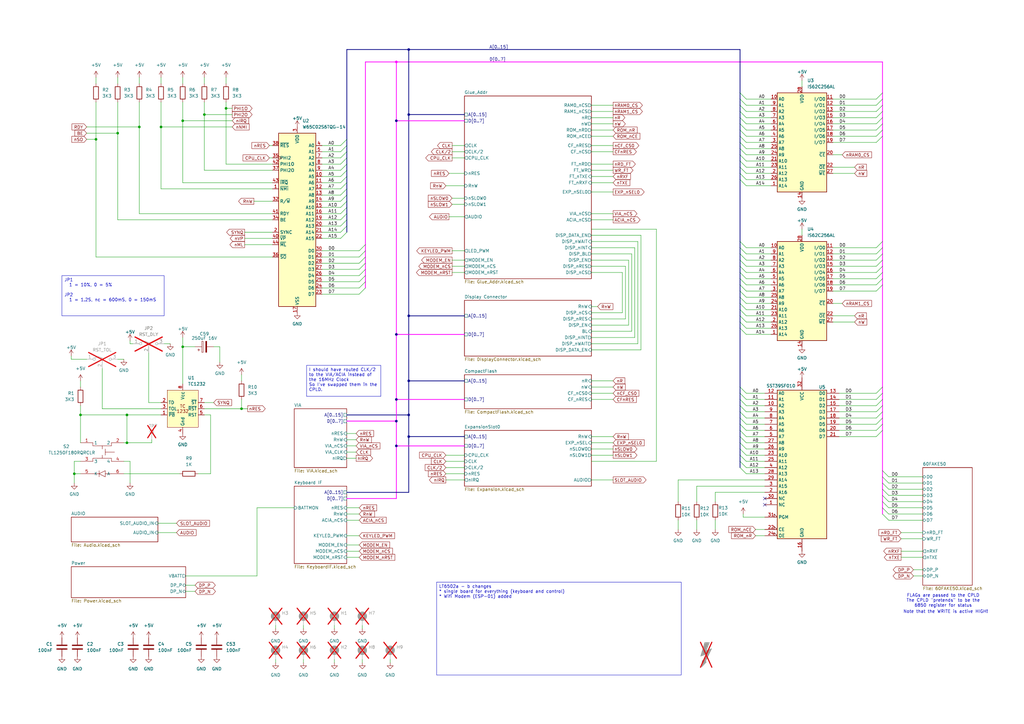
<source format=kicad_sch>
(kicad_sch (version 20250114) (generator "eeschema") (generator_version "9.0")
  (paper "A3")
  (text "FLAGs are passed to the CPLD\nThe CPLD \"pretends\" to be the\n6850 register for status" (at 386.842 246.38 0) (effects (font (size 1.27 1.27))))
  (text "Note that the WRITE is active HIGH!" (at 387.858 250.952 0) (effects (font (size 1.27 1.27))))
  (text_box "JP1 \n  1 = 10%, 0 = 5%\n\nJP2\n  1 = 1.2S, nc = 600mS, 0 = 150mS" (at 25.4 113.03 0) (size 41.91 16.51) (margins 0.9525 0.9525 0.9525 0.9525) (effects (font (size 1.27 1.27)) (justify left top)))
  (text_box "I should have routed CLK/2 to the VIA/ACIA instead of the 16MHz Clock\nSo I've swapped them in the CPLD.\n" (at 125.73 149.86 0) (size 30.48 12.7) (margins 0.9525 0.9525 0.9525 0.9525) (effects (font (size 1.27 1.27)) (justify left top)))
  (text_box "LT6502a - b changes\n* single board for everything (keyboard and control)\n* Wifi Modem (ESP-01) added" (at 179.07 238.76 0) (size 100.33 38.1) (margins 0.9525 0.9525 0.9525 0.9525) (effects (font (size 1.27 1.27)) (justify left top)))
  (junction (at 83.82 46.99))
  (junction (at 92.71 44.45))
  (junction (at 52.07 181.61))
  (junction (at 162.56 49.53))
  (junction (at 33.02 170.18))
  (junction (at 167.64 156.21))
  (junction (at 162.56 172.72))
  (junction (at 167.64 46.99))
  (junction (at 167.64 129.54))
  (junction (at 167.64 20.32))
  (junction (at 39.37 57.15))
  (junction (at 162.56 182.88))
  (junction (at 74.93 49.53))
  (junction (at 162.56 163.83))
  (junction (at 48.26 54.61))
  (junction (at 99.06 167.64))
  (junction (at 74.93 142.24))
  (junction (at 167.64 170.18))
  (junction (at 57.15 52.07))
  (junction (at 52.07 170.18))
  (junction (at 162.56 25.4) (color 255 0 255 1))
  (junction (at 30.48 194.31))
  (junction (at 66.04 52.07))
  (junction (at 167.64 179.07))
  (junction (at 162.56 137.16))
  (no_connect (at 313.69 204.47))
  (no_connect (at 313.69 207.01))
  (bus_entry (at 139.7 80.01) (size 2.54 -2.54))
  (bus_entry (at 359.41 173.99) (size 2.54 -2.54))
  (bus_entry (at 147.32 118.11) (size 2.54 -2.54))
  (bus_entry (at 306.07 60.96) (size -2.54 -2.54))
  (bus_entry (at 359.41 171.45) (size 2.54 -2.54))
  (bus_entry (at 147.32 105.41) (size 2.54 -2.54))
  (bus_entry (at 359.41 45.72) (size 2.54 -2.54))
  (bus_entry (at 306.07 173.99) (size -2.54 -2.54))
  (bus_entry (at 139.7 97.79) (size 2.54 -2.54))
  (bus_entry (at 306.07 161.29) (size -2.54 -2.54))
  (bus_entry (at 306.07 127) (size -2.54 -2.54))
  (bus_entry (at 359.41 40.64) (size 2.54 -2.54))
  (bus_entry (at 147.32 107.95) (size 2.54 -2.54))
  (bus_entry (at 306.07 137.16) (size -2.54 -2.54))
  (bus_entry (at 306.07 111.76) (size -2.54 -2.54))
  (bus_entry (at 306.07 171.45) (size -2.54 -2.54))
  (bus_entry (at 364.49 200.66) (size -2.54 -2.54))
  (bus_entry (at 306.07 104.14) (size -2.54 -2.54))
  (bus_entry (at 359.41 50.8) (size 2.54 -2.54))
  (bus_entry (at 306.07 119.38) (size -2.54 -2.54))
  (bus_entry (at 139.7 77.47) (size 2.54 -2.54))
  (bus_entry (at 147.32 102.87) (size 2.54 -2.54))
  (bus_entry (at 306.07 184.15) (size -2.54 -2.54))
  (bus_entry (at 364.49 198.12) (size -2.54 -2.54))
  (bus_entry (at 364.49 208.28) (size -2.54 -2.54))
  (bus_entry (at 139.7 87.63) (size 2.54 -2.54))
  (bus_entry (at 306.07 66.04) (size -2.54 -2.54))
  (bus_entry (at 359.41 166.37) (size 2.54 -2.54))
  (bus_entry (at 306.07 68.58) (size -2.54 -2.54))
  (bus_entry (at 359.41 101.6) (size 2.54 -2.54))
  (bus_entry (at 306.07 191.77) (size -2.54 -2.54))
  (bus_entry (at 139.7 82.55) (size 2.54 -2.54))
  (bus_entry (at 306.07 189.23) (size -2.54 -2.54))
  (bus_entry (at 359.41 58.42) (size 2.54 -2.54))
  (bus_entry (at 306.07 179.07) (size -2.54 -2.54))
  (bus_entry (at 139.7 69.85) (size 2.54 -2.54))
  (bus_entry (at 306.07 114.3) (size -2.54 -2.54))
  (bus_entry (at 306.07 168.91) (size -2.54 -2.54))
  (bus_entry (at 139.7 72.39) (size 2.54 -2.54))
  (bus_entry (at 306.07 40.64) (size -2.54 -2.54))
  (bus_entry (at 359.41 55.88) (size 2.54 -2.54))
  (bus_entry (at 306.07 50.8) (size -2.54 -2.54))
  (bus_entry (at 359.41 43.18) (size 2.54 -2.54))
  (bus_entry (at 306.07 55.88) (size -2.54 -2.54))
  (bus_entry (at 359.41 104.14) (size 2.54 -2.54))
  (bus_entry (at 359.41 114.3) (size 2.54 -2.54))
  (bus_entry (at 306.07 176.53) (size -2.54 -2.54))
  (bus_entry (at 364.49 213.36) (size -2.54 -2.54))
  (bus_entry (at 359.41 106.68) (size 2.54 -2.54))
  (bus_entry (at 306.07 48.26) (size -2.54 -2.54))
  (bus_entry (at 306.07 124.46) (size -2.54 -2.54))
  (bus_entry (at 139.7 62.23) (size 2.54 -2.54))
  (bus_entry (at 364.49 205.74) (size -2.54 -2.54))
  (bus_entry (at 306.07 181.61) (size -2.54 -2.54))
  (bus_entry (at 359.41 168.91) (size 2.54 -2.54))
  (bus_entry (at 306.07 71.12) (size -2.54 -2.54))
  (bus_entry (at 139.7 67.31) (size 2.54 -2.54))
  (bus_entry (at 139.7 92.71) (size 2.54 -2.54))
  (bus_entry (at 364.49 195.58) (size -2.54 -2.54))
  (bus_entry (at 306.07 134.62) (size -2.54 -2.54))
  (bus_entry (at 147.32 115.57) (size 2.54 -2.54))
  (bus_entry (at 306.07 73.66) (size -2.54 -2.54))
  (bus_entry (at 359.41 116.84) (size 2.54 -2.54))
  (bus_entry (at 306.07 166.37) (size -2.54 -2.54))
  (bus_entry (at 359.41 176.53) (size 2.54 -2.54))
  (bus_entry (at 359.41 109.22) (size 2.54 -2.54))
  (bus_entry (at 364.49 203.2) (size -2.54 -2.54))
  (bus_entry (at 306.07 129.54) (size -2.54 -2.54))
  (bus_entry (at 306.07 106.68) (size -2.54 -2.54))
  (bus_entry (at 359.41 179.07) (size 2.54 -2.54))
  (bus_entry (at 306.07 163.83) (size -2.54 -2.54))
  (bus_entry (at 139.7 64.77) (size 2.54 -2.54))
  (bus_entry (at 139.7 85.09) (size 2.54 -2.54))
  (bus_entry (at 139.7 90.17) (size 2.54 -2.54))
  (bus_entry (at 147.32 113.03) (size 2.54 -2.54))
  (bus_entry (at 306.07 121.92) (size -2.54 -2.54))
  (bus_entry (at 306.07 58.42) (size -2.54 -2.54))
  (bus_entry (at 359.41 161.29) (size 2.54 -2.54))
  (bus_entry (at 306.07 45.72) (size -2.54 -2.54))
  (bus_entry (at 359.41 111.76) (size 2.54 -2.54))
  (bus_entry (at 359.41 163.83) (size 2.54 -2.54))
  (bus_entry (at 306.07 109.22) (size -2.54 -2.54))
  (bus_entry (at 359.41 48.26) (size 2.54 -2.54))
  (bus_entry (at 147.32 110.49) (size 2.54 -2.54))
  (bus_entry (at 359.41 119.38) (size 2.54 -2.54))
  (bus_entry (at 147.32 120.65) (size 2.54 -2.54))
  (bus_entry (at 139.7 74.93) (size 2.54 -2.54))
  (bus_entry (at 306.07 132.08) (size -2.54 -2.54))
  (bus_entry (at 364.49 210.82) (size -2.54 -2.54))
  (bus_entry (at 306.07 116.84) (size -2.54 -2.54))
  (bus_entry (at 306.07 43.18) (size -2.54 -2.54))
  (bus_entry (at 139.7 95.25) (size 2.54 -2.54))
  (bus_entry (at 139.7 59.69) (size 2.54 -2.54))
  (bus_entry (at 306.07 63.5) (size -2.54 -2.54))
  (bus_entry (at 306.07 76.2) (size -2.54 -2.54))
  (bus_entry (at 306.07 194.31) (size -2.54 -2.54))
  (bus_entry (at 359.41 53.34) (size 2.54 -2.54))
  (bus_entry (at 306.07 186.69) (size -2.54 -2.54))
  (bus_entry (at 306.07 101.6) (size -2.54 -2.54))
  (bus_entry (at 306.07 53.34) (size -2.54 -2.54))
  (bus (pts (xy 361.95 50.8) (xy 361.95 53.34)) (stroke (width 0) (color 255 0 255 1)))
  (wire (pts (xy 316.23 134.62) (xy 306.07 134.62)))
  (bus (pts (xy 303.53 184.15) (xy 303.53 186.69)))
  (wire (pts (xy 185.42 83.82) (xy 190.5 83.82)))
  (wire (pts (xy 146.05 185.42) (xy 142.24 185.42)))
  (wire (pts (xy 50.8 189.23) (xy 53.34 189.23)))
  (wire (pts (xy 242.57 50.8) (xy 251.46 50.8)))
  (bus (pts (xy 142.24 77.47) (xy 142.24 74.93)))
  (bus (pts (xy 361.95 193.04) (xy 361.95 176.53)) (stroke (width 0) (color 255 0 255 1)))
  (bus (pts (xy 303.53 73.66) (xy 303.53 99.06)))
  (bus (pts (xy 162.56 182.88) (xy 162.56 204.47)) (stroke (width 0) (color 255 0 255 1)))
  (wire (pts (xy 30.48 189.23) (xy 33.02 189.23)))
  (wire (pts (xy 251.46 74.93) (xy 242.57 74.93)))
  (bus (pts (xy 303.53 129.54) (xy 303.53 132.08)))
  (wire (pts (xy 316.23 101.6) (xy 306.07 101.6)))
  (bus (pts (xy 149.86 105.41) (xy 149.86 107.95)) (stroke (width 0) (color 255 0 255 1)))
  (wire (pts (xy 147.32 208.28) (xy 142.24 208.28)))
  (wire (pts (xy 242.57 111.76) (xy 255.27 111.76)))
  (bus (pts (xy 303.53 186.69) (xy 303.53 189.23)))
  (wire (pts (xy 341.63 104.14) (xy 359.41 104.14)))
  (wire (pts (xy 341.63 58.42) (xy 359.41 58.42)))
  (wire (pts (xy 53.34 140.97) (xy 53.34 139.7)))
  (wire (pts (xy 341.63 53.34) (xy 359.41 53.34)))
  (wire (pts (xy 309.88 219.71) (xy 313.69 219.71)))
  (wire (pts (xy 30.48 198.12) (xy 30.48 194.31)))
  (bus (pts (xy 167.64 46.99) (xy 167.64 20.32)))
  (wire (pts (xy 316.23 109.22) (xy 306.07 109.22)))
  (wire (pts (xy 341.63 48.26) (xy 359.41 48.26)))
  (wire (pts (xy 74.93 138.43) (xy 74.93 142.24)))
  (wire (pts (xy 66.04 167.64) (xy 41.91 167.64)))
  (wire (pts (xy 316.23 58.42) (xy 306.07 58.42)))
  (wire (pts (xy 260.35 101.6) (xy 260.35 138.43)))
  (wire (pts (xy 74.93 49.53) (xy 95.25 49.53)))
  (bus (pts (xy 303.53 134.62) (xy 303.53 132.08)))
  (wire (pts (xy 309.88 217.17) (xy 313.69 217.17)))
  (wire (pts (xy 341.63 114.3) (xy 359.41 114.3)))
  (bus (pts (xy 361.95 109.22) (xy 361.95 111.76)) (stroke (width 0) (color 255 0 255 1)))
  (wire (pts (xy 111.76 69.85) (xy 83.82 69.85)))
  (bus (pts (xy 162.56 182.88) (xy 190.5 182.88)) (stroke (width 0) (color 255 0 255 1)))
  (wire (pts (xy 344.17 179.07) (xy 359.41 179.07)))
  (wire (pts (xy 146.05 177.8) (xy 142.24 177.8)))
  (wire (pts (xy 66.04 52.07) (xy 95.25 52.07)))
  (bus (pts (xy 303.53 171.45) (xy 303.53 173.99)))
  (wire (pts (xy 242.57 45.72) (xy 251.46 45.72)))
  (wire (pts (xy 35.56 57.15) (xy 39.37 57.15)))
  (bus (pts (xy 361.95 25.4) (xy 361.95 38.1)) (stroke (width 0) (color 255 0 255 1)))
  (wire (pts (xy 261.62 99.06) (xy 261.62 140.97)))
  (wire (pts (xy 313.69 173.99) (xy 306.07 173.99)))
  (wire (pts (xy 341.63 132.08) (xy 350.52 132.08)))
  (wire (pts (xy 251.46 78.74) (xy 242.57 78.74)))
  (wire (pts (xy 313.69 212.09) (xy 304.8 212.09)))
  (bus (pts (xy 303.53 166.37) (xy 303.53 168.91)))
  (wire (pts (xy 124.46 256.54) (xy 124.46 257.81)))
  (wire (pts (xy 341.63 129.54) (xy 350.52 129.54)))
  (bus (pts (xy 303.53 43.18) (xy 303.53 45.72)))
  (bus (pts (xy 149.86 110.49) (xy 149.86 113.03)) (stroke (width 0) (color 255 0 255 1)))
  (wire (pts (xy 30.48 194.31) (xy 30.48 189.23)))
  (wire (pts (xy 242.57 158.75) (xy 251.46 158.75)))
  (wire (pts (xy 35.56 54.61) (xy 48.26 54.61)))
  (bus (pts (xy 162.56 163.83) (xy 162.56 172.72)) (stroke (width 0) (color 255 0 255 1)))
  (bus (pts (xy 303.53 127) (xy 303.53 129.54)))
  (bus (pts (xy 303.53 104.14) (xy 303.53 106.68)))
  (wire (pts (xy 132.08 105.41) (xy 147.32 105.41)))
  (bus (pts (xy 303.53 53.34) (xy 303.53 55.88)))
  (bus (pts (xy 303.53 134.62) (xy 303.53 158.75)))
  (bus (pts (xy 303.53 106.68) (xy 303.53 109.22)))
  (wire (pts (xy 378.46 213.36) (xy 364.49 213.36)))
  (wire (pts (xy 313.69 171.45) (xy 306.07 171.45)))
  (wire (pts (xy 132.08 118.11) (xy 147.32 118.11)))
  (wire (pts (xy 316.23 111.76) (xy 306.07 111.76)))
  (wire (pts (xy 316.23 66.04) (xy 306.07 66.04)))
  (wire (pts (xy 185.42 59.69) (xy 190.5 59.69)))
  (wire (pts (xy 83.82 165.1) (xy 87.63 165.1)))
  (bus (pts (xy 142.24 80.01) (xy 142.24 77.47)))
  (wire (pts (xy 35.56 52.07) (xy 57.15 52.07)))
  (wire (pts (xy 132.08 95.25) (xy 139.7 95.25)))
  (bus (pts (xy 162.56 163.83) (xy 190.5 163.83)) (stroke (width 0) (color 255 0 255 1)))
  (bus (pts (xy 149.86 25.4) (xy 162.56 25.4)) (stroke (width 0) (color 255 0 255 1)))
  (wire (pts (xy 293.37 217.17) (xy 293.37 213.36)))
  (wire (pts (xy 74.93 74.93) (xy 111.76 74.93)))
  (bus (pts (xy 142.24 72.39) (xy 142.24 69.85)))
  (wire (pts (xy 64.77 218.44) (xy 72.39 218.44)))
  (wire (pts (xy 92.71 44.45) (xy 92.71 41.91)))
  (wire (pts (xy 132.08 67.31) (xy 139.7 67.31)))
  (wire (pts (xy 242.57 43.18) (xy 251.46 43.18)))
  (bus (pts (xy 303.53 58.42) (xy 303.53 60.96)))
  (bus (pts (xy 162.56 172.72) (xy 162.56 182.88)) (stroke (width 0) (color 255 0 255 1)))
  (bus (pts (xy 167.64 46.99) (xy 167.64 129.54)))
  (wire (pts (xy 313.69 161.29) (xy 306.07 161.29)))
  (bus (pts (xy 361.95 166.37) (xy 361.95 168.91)) (stroke (width 0) (color 255 0 255 1)))
  (wire (pts (xy 369.57 228.6) (xy 378.46 228.6)))
  (bus (pts (xy 167.64 170.18) (xy 167.64 179.07)))
  (wire (pts (xy 316.23 43.18) (xy 306.07 43.18)))
  (bus (pts (xy 142.24 92.71) (xy 142.24 90.17)))
  (wire (pts (xy 251.46 161.29) (xy 242.57 161.29)))
  (wire (pts (xy 66.04 165.1) (xy 60.96 165.1)))
  (wire (pts (xy 113.03 270.51) (xy 113.03 271.78)))
  (wire (pts (xy 251.46 163.83) (xy 242.57 163.83)))
  (wire (pts (xy 185.42 111.76) (xy 190.5 111.76)))
  (bus (pts (xy 167.64 156.21) (xy 190.5 156.21)))
  (wire (pts (xy 261.62 140.97) (xy 242.57 140.97)))
  (wire (pts (xy 83.82 170.18) (xy 86.36 170.18)))
  (wire (pts (xy 80.01 240.03) (xy 76.2 240.03)))
  (wire (pts (xy 278.13 196.85) (xy 278.13 205.74)))
  (bus (pts (xy 162.56 137.16) (xy 162.56 163.83)) (stroke (width 0) (color 255 0 255 1)))
  (wire (pts (xy 242.57 87.63) (xy 251.46 87.63)))
  (wire (pts (xy 251.46 59.69) (xy 242.57 59.69)))
  (wire (pts (xy 245.11 125.73) (xy 242.57 125.73)))
  (bus (pts (xy 142.24 57.15) (xy 142.24 20.32)))
  (wire (pts (xy 344.17 176.53) (xy 359.41 176.53)))
  (bus (pts (xy 361.95 195.58) (xy 361.95 193.04)) (stroke (width 0) (color 255 0 255 1)))
  (bus (pts (xy 142.24 87.63) (xy 142.24 85.09)))
  (bus (pts (xy 142.24 67.31) (xy 142.24 64.77)))
  (wire (pts (xy 316.23 119.38) (xy 306.07 119.38)))
  (wire (pts (xy 99.06 163.83) (xy 99.06 167.64)))
  (wire (pts (xy 378.46 195.58) (xy 364.49 195.58)))
  (wire (pts (xy 242.57 106.68) (xy 257.81 106.68)))
  (wire (pts (xy 242.57 99.06) (xy 261.62 99.06)))
  (wire (pts (xy 341.63 111.76) (xy 359.41 111.76)))
  (wire (pts (xy 66.04 52.07) (xy 66.04 77.47)))
  (bus (pts (xy 303.53 124.46) (xy 303.53 127)))
  (bus (pts (xy 190.5 46.99) (xy 167.64 46.99)))
  (wire (pts (xy 251.46 67.31) (xy 242.57 67.31)))
  (wire (pts (xy 313.69 201.93) (xy 293.37 201.93)))
  (wire (pts (xy 48.26 54.61) (xy 48.26 90.17)))
  (wire (pts (xy 132.08 64.77) (xy 139.7 64.77)))
  (wire (pts (xy 132.08 77.47) (xy 139.7 77.47)))
  (wire (pts (xy 48.26 90.17) (xy 111.76 90.17)))
  (bus (pts (xy 303.53 121.92) (xy 303.53 124.46)))
  (wire (pts (xy 242.57 96.52) (xy 262.89 96.52)))
  (wire (pts (xy 111.76 105.41) (xy 39.37 105.41)))
  (wire (pts (xy 316.23 116.84) (xy 306.07 116.84)))
  (bus (pts (xy 142.24 59.69) (xy 142.24 57.15)))
  (bus (pts (xy 142.24 95.25) (xy 142.24 92.71)))
  (wire (pts (xy 33.02 156.21) (xy 33.02 158.75)))
  (bus (pts (xy 303.53 60.96) (xy 303.53 63.5)))
  (wire (pts (xy 269.24 93.98) (xy 242.57 93.98)))
  (wire (pts (xy 242.57 104.14) (xy 259.08 104.14)))
  (wire (pts (xy 39.37 41.91) (xy 39.37 57.15)))
  (wire (pts (xy 146.05 180.34) (xy 142.24 180.34)))
  (bus (pts (xy 361.95 198.12) (xy 361.95 195.58)) (stroke (width 0) (color 255 0 255 1)))
  (bus (pts (xy 303.53 50.8) (xy 303.53 53.34)))
  (bus (pts (xy 361.95 171.45) (xy 361.95 173.99)) (stroke (width 0) (color 255 0 255 1)))
  (wire (pts (xy 90.17 142.24) (xy 90.17 148.59)))
  (wire (pts (xy 132.08 110.49) (xy 147.32 110.49)))
  (wire (pts (xy 182.88 196.85) (xy 190.5 196.85)))
  (wire (pts (xy 185.42 102.87) (xy 190.5 102.87)))
  (wire (pts (xy 316.23 55.88) (xy 306.07 55.88)))
  (wire (pts (xy 66.04 41.91) (xy 66.04 52.07)))
  (bus (pts (xy 303.53 114.3) (xy 303.53 116.84)))
  (wire (pts (xy 52.07 170.18) (xy 52.07 181.61)))
  (wire (pts (xy 262.89 96.52) (xy 262.89 143.51)))
  (wire (pts (xy 341.63 71.12) (xy 350.52 71.12)))
  (wire (pts (xy 48.26 31.75) (xy 48.26 34.29)))
  (wire (pts (xy 341.63 124.46) (xy 345.44 124.46)))
  (wire (pts (xy 369.57 218.44) (xy 378.46 218.44)))
  (bus (pts (xy 303.53 176.53) (xy 303.53 179.07)))
  (bus (pts (xy 303.53 73.66) (xy 303.53 71.12)))
  (bus (pts (xy 361.95 111.76) (xy 361.95 114.3)) (stroke (width 0) (color 255 0 255 1)))
  (wire (pts (xy 33.02 170.18) (xy 33.02 181.61)))
  (bus (pts (xy 361.95 99.06) (xy 361.95 101.6)) (stroke (width 0) (color 255 0 255 1)))
  (wire (pts (xy 260.35 138.43) (xy 242.57 138.43)))
  (wire (pts (xy 83.82 46.99) (xy 83.82 41.91)))
  (wire (pts (xy 92.71 67.31) (xy 92.71 44.45)))
  (wire (pts (xy 313.69 179.07) (xy 306.07 179.07)))
  (bus (pts (xy 142.24 74.93) (xy 142.24 72.39)))
  (bus (pts (xy 361.95 114.3) (xy 361.95 116.84)) (stroke (width 0) (color 255 0 255 1)))
  (bus (pts (xy 361.95 40.64) (xy 361.95 43.18)) (stroke (width 0) (color 255 0 255 1)))
  (wire (pts (xy 182.88 76.2) (xy 190.5 76.2)))
  (bus (pts (xy 303.53 111.76) (xy 303.53 114.3)))
  (wire (pts (xy 74.93 49.53) (xy 74.93 74.93)))
  (bus (pts (xy 303.53 99.06) (xy 303.53 101.6)))
  (wire (pts (xy 378.46 210.82) (xy 364.49 210.82)))
  (bus (pts (xy 361.95 173.99) (xy 361.95 176.53)) (stroke (width 0) (color 255 0 255 1)))
  (wire (pts (xy 132.08 69.85) (xy 139.7 69.85)))
  (wire (pts (xy 251.46 179.07) (xy 242.57 179.07)))
  (bus (pts (xy 167.64 170.18) (xy 167.64 156.21)))
  (bus (pts (xy 303.53 158.75) (xy 303.53 161.29)))
  (bus (pts (xy 303.53 20.32) (xy 303.53 38.1)))
  (wire (pts (xy 184.15 88.9) (xy 190.5 88.9)))
  (wire (pts (xy 316.23 50.8) (xy 306.07 50.8)))
  (wire (pts (xy 184.15 71.12) (xy 190.5 71.12)))
  (wire (pts (xy 255.27 111.76) (xy 255.27 128.27)))
  (wire (pts (xy 132.08 107.95) (xy 147.32 107.95)))
  (bus (pts (xy 162.56 137.16) (xy 190.5 137.16)) (stroke (width 0) (color 255 0 255 1)))
  (bus (pts (xy 361.95 168.91) (xy 361.95 171.45)) (stroke (width 0) (color 255 0 255 1)))
  (wire (pts (xy 39.37 57.15) (xy 39.37 105.41)))
  (wire (pts (xy 341.63 116.84) (xy 359.41 116.84)))
  (wire (pts (xy 313.69 168.91) (xy 306.07 168.91)))
  (wire (pts (xy 113.03 256.54) (xy 113.03 257.81)))
  (wire (pts (xy 132.08 72.39) (xy 139.7 72.39)))
  (wire (pts (xy 313.69 184.15) (xy 306.07 184.15)))
  (wire (pts (xy 120.65 208.28) (xy 105.41 208.28)))
  (wire (pts (xy 313.69 166.37) (xy 306.07 166.37)))
  (wire (pts (xy 251.46 72.39) (xy 242.57 72.39)))
  (bus (pts (xy 142.24 64.77) (xy 142.24 62.23)))
  (wire (pts (xy 374.65 236.22) (xy 378.46 236.22)))
  (bus (pts (xy 303.53 173.99) (xy 303.53 176.53)))
  (wire (pts (xy 316.23 137.16) (xy 306.07 137.16)))
  (bus (pts (xy 303.53 55.88) (xy 303.53 58.42)))
  (wire (pts (xy 147.32 228.6) (xy 142.24 228.6)))
  (wire (pts (xy 256.54 109.22) (xy 256.54 130.81)))
  (wire (pts (xy 341.63 50.8) (xy 359.41 50.8)))
  (wire (pts (xy 316.23 48.26) (xy 306.07 48.26)))
  (bus (pts (xy 142.24 20.32) (xy 167.64 20.32)))
  (wire (pts (xy 132.08 97.79) (xy 139.7 97.79)))
  (wire (pts (xy 83.82 69.85) (xy 83.82 46.99)))
  (wire (pts (xy 74.93 41.91) (xy 74.93 49.53)))
  (bus (pts (xy 361.95 200.66) (xy 361.95 198.12)) (stroke (width 0) (color 255 0 255 1)))
  (bus (pts (xy 142.24 82.55) (xy 142.24 80.01)))
  (wire (pts (xy 132.08 62.23) (xy 139.7 62.23)))
  (wire (pts (xy 73.66 194.31) (xy 50.8 194.31)))
  (wire (pts (xy 251.46 55.88) (xy 242.57 55.88)))
  (wire (pts (xy 242.57 196.85) (xy 251.46 196.85)))
  (wire (pts (xy 259.08 135.89) (xy 242.57 135.89)))
  (bus (pts (xy 303.53 119.38) (xy 303.53 121.92)))
  (bus (pts (xy 167.64 179.07) (xy 167.64 201.93)))
  (bus (pts (xy 303.53 40.64) (xy 303.53 43.18)))
  (wire (pts (xy 316.23 76.2) (xy 306.07 76.2)))
  (wire (pts (xy 132.08 92.71) (xy 139.7 92.71)))
  (wire (pts (xy 39.37 31.75) (xy 39.37 34.29)))
  (wire (pts (xy 48.26 147.32) (xy 50.8 147.32)))
  (wire (pts (xy 374.65 233.68) (xy 378.46 233.68)))
  (wire (pts (xy 74.93 142.24) (xy 80.01 142.24)))
  (bus (pts (xy 162.56 25.4) (xy 361.95 25.4)) (stroke (width 0) (color 255 0 255 1)))
  (bus (pts (xy 303.53 45.72) (xy 303.53 48.26)))
  (wire (pts (xy 137.16 256.54) (xy 137.16 257.81)))
  (wire (pts (xy 57.15 52.07) (xy 57.15 87.63)))
  (wire (pts (xy 341.63 40.64) (xy 359.41 40.64)))
  (wire (pts (xy 53.34 189.23) (xy 53.34 198.12)))
  (bus (pts (xy 142.24 69.85) (xy 142.24 67.31)))
  (wire (pts (xy 190.5 64.77) (xy 185.42 64.77)))
  (bus (pts (xy 303.53 163.83) (xy 303.53 166.37)))
  (wire (pts (xy 316.23 71.12) (xy 306.07 71.12)))
  (wire (pts (xy 92.71 31.75) (xy 92.71 34.29)))
  (wire (pts (xy 147.32 213.36) (xy 142.24 213.36)))
  (wire (pts (xy 278.13 217.17) (xy 278.13 213.36)))
  (wire (pts (xy 316.23 45.72) (xy 306.07 45.72)))
  (wire (pts (xy 62.23 180.34) (xy 62.23 181.61)))
  (bus (pts (xy 149.86 102.87) (xy 149.86 105.41)) (stroke (width 0) (color 255 0 255 1)))
  (wire (pts (xy 344.17 166.37) (xy 359.41 166.37)))
  (wire (pts (xy 369.57 226.06) (xy 378.46 226.06)))
  (wire (pts (xy 251.46 69.85) (xy 242.57 69.85)))
  (wire (pts (xy 132.08 74.93) (xy 139.7 74.93)))
  (wire (pts (xy 147.32 210.82) (xy 142.24 210.82)))
  (wire (pts (xy 62.23 181.61) (xy 52.07 181.61)))
  (wire (pts (xy 257.81 106.68) (xy 257.81 133.35)))
  (bus (pts (xy 303.53 66.04) (xy 303.53 68.58)))
  (wire (pts (xy 148.59 270.51) (xy 148.59 271.78)))
  (wire (pts (xy 99.06 167.64) (xy 101.6 167.64)))
  (wire (pts (xy 182.88 189.23) (xy 190.5 189.23)))
  (bus (pts (xy 149.86 100.33) (xy 149.86 25.4)) (stroke (width 0) (color 255 0 255 1)))
  (wire (pts (xy 54.61 140.97) (xy 53.34 140.97)))
  (wire (pts (xy 48.26 41.91) (xy 48.26 54.61)))
  (wire (pts (xy 146.05 187.96) (xy 142.24 187.96)))
  (bus (pts (xy 303.53 179.07) (xy 303.53 181.61)))
  (wire (pts (xy 137.16 270.51) (xy 137.16 271.78)))
  (wire (pts (xy 74.93 142.24) (xy 74.93 157.48)))
  (bus (pts (xy 361.95 55.88) (xy 361.95 99.06)) (stroke (width 0) (color 255 0 255 1)))
  (wire (pts (xy 105.41 236.22) (xy 76.2 236.22)))
  (wire (pts (xy 100.33 100.33) (xy 111.76 100.33)))
  (wire (pts (xy 285.75 199.39) (xy 285.75 205.74)))
  (bus (pts (xy 361.95 158.75) (xy 361.95 161.29)) (stroke (width 0) (color 255 0 255 1)))
  (wire (pts (xy 242.57 109.22) (xy 256.54 109.22)))
  (bus (pts (xy 303.53 116.84) (xy 303.53 119.38)))
  (bus (pts (xy 303.53 168.91) (xy 303.53 171.45)))
  (bus (pts (xy 167.64 129.54) (xy 190.5 129.54)))
  (wire (pts (xy 316.23 121.92) (xy 306.07 121.92)))
  (wire (pts (xy 378.46 208.28) (xy 364.49 208.28)))
  (wire (pts (xy 341.63 101.6) (xy 359.41 101.6)))
  (bus (pts (xy 142.24 201.93) (xy 167.64 201.93)))
  (wire (pts (xy 313.69 189.23) (xy 306.07 189.23)))
  (wire (pts (xy 316.23 104.14) (xy 306.07 104.14)))
  (wire (pts (xy 316.23 132.08) (xy 306.07 132.08)))
  (wire (pts (xy 100.33 95.25) (xy 111.76 95.25)))
  (wire (pts (xy 328.93 33.02) (xy 328.93 35.56)))
  (wire (pts (xy 90.17 142.24) (xy 87.63 142.24)))
  (wire (pts (xy 111.76 67.31) (xy 92.71 67.31)))
  (wire (pts (xy 64.77 214.63) (xy 72.39 214.63)))
  (wire (pts (xy 132.08 115.57) (xy 147.32 115.57)))
  (wire (pts (xy 242.57 189.23) (xy 269.24 189.23)))
  (wire (pts (xy 341.63 68.58) (xy 350.52 68.58)))
  (wire (pts (xy 378.46 200.66) (xy 364.49 200.66)))
  (wire (pts (xy 341.63 119.38) (xy 359.41 119.38)))
  (bus (pts (xy 303.53 101.6) (xy 303.53 104.14)))
  (wire (pts (xy 344.17 168.91) (xy 359.41 168.91)))
  (wire (pts (xy 251.46 186.69) (xy 242.57 186.69)))
  (bus (pts (xy 149.86 100.33) (xy 149.86 102.87)) (stroke (width 0) (color 255 0 255 1)))
  (wire (pts (xy 341.63 55.88) (xy 359.41 55.88)))
  (wire (pts (xy 30.48 194.31) (xy 33.02 194.31)))
  (wire (pts (xy 99.06 153.67) (xy 99.06 156.21)))
  (wire (pts (xy 185.42 81.28) (xy 190.5 81.28)))
  (wire (pts (xy 316.23 60.96) (xy 306.07 60.96)))
  (wire (pts (xy 147.32 223.52) (xy 142.24 223.52)))
  (bus (pts (xy 303.53 68.58) (xy 303.53 71.12)))
  (wire (pts (xy 132.08 85.09) (xy 139.7 85.09)))
  (wire (pts (xy 66.04 31.75) (xy 66.04 34.29)))
  (wire (pts (xy 313.69 163.83) (xy 306.07 163.83)))
  (bus (pts (xy 361.95 203.2) (xy 361.95 200.66)) (stroke (width 0) (color 255 0 255 1)))
  (bus (pts (xy 361.95 48.26) (xy 361.95 50.8)) (stroke (width 0) (color 255 0 255 1)))
  (wire (pts (xy 313.69 186.69) (xy 306.07 186.69)))
  (bus (pts (xy 149.86 107.95) (xy 149.86 110.49)) (stroke (width 0) (color 255 0 255 1)))
  (wire (pts (xy 83.82 31.75) (xy 83.82 34.29)))
  (bus (pts (xy 167.64 129.54) (xy 167.64 156.21)))
  (wire (pts (xy 251.46 53.34) (xy 242.57 53.34)))
  (wire (pts (xy 57.15 31.75) (xy 57.15 34.29)))
  (wire (pts (xy 146.05 182.88) (xy 142.24 182.88)))
  (bus (pts (xy 361.95 43.18) (xy 361.95 45.72)) (stroke (width 0) (color 255 0 255 1)))
  (wire (pts (xy 67.31 140.97) (xy 69.85 140.97)))
  (bus (pts (xy 149.86 115.57) (xy 149.86 118.11)) (stroke (width 0) (color 255 0 255 1)))
  (bus (pts (xy 142.24 172.72) (xy 162.56 172.72)) (stroke (width 0) (color 255 0 255 1)))
  (wire (pts (xy 132.08 90.17) (xy 139.7 90.17)))
  (bus (pts (xy 142.24 85.09) (xy 142.24 82.55)))
  (wire (pts (xy 185.42 109.22) (xy 190.5 109.22)))
  (wire (pts (xy 60.96 165.1) (xy 60.96 144.78)))
  (wire (pts (xy 110.49 64.77) (xy 111.76 64.77)))
  (wire (pts (xy 52.07 170.18) (xy 66.04 170.18)))
  (wire (pts (xy 147.32 219.71) (xy 142.24 219.71)))
  (wire (pts (xy 185.42 106.68) (xy 190.5 106.68)))
  (wire (pts (xy 104.14 82.55) (xy 111.76 82.55)))
  (wire (pts (xy 341.63 63.5) (xy 345.44 63.5)))
  (wire (pts (xy 132.08 113.03) (xy 147.32 113.03)))
  (wire (pts (xy 378.46 205.74) (xy 364.49 205.74)))
  (wire (pts (xy 259.08 104.14) (xy 259.08 135.89)))
  (wire (pts (xy 316.23 40.64) (xy 306.07 40.64)))
  (wire (pts (xy 257.81 133.35) (xy 242.57 133.35)))
  (wire (pts (xy 313.69 196.85) (xy 278.13 196.85)))
  (wire (pts (xy 285.75 217.17) (xy 285.75 213.36)))
  (bus (pts (xy 190.5 179.07) (xy 167.64 179.07)))
  (bus (pts (xy 149.86 113.03) (xy 149.86 115.57)) (stroke (width 0) (color 255 0 255 1)))
  (bus (pts (xy 162.56 49.53) (xy 162.56 25.4)) (stroke (width 0) (color 255 0 255 1)))
  (wire (pts (xy 344.17 173.99) (xy 359.41 173.99)))
  (wire (pts (xy 147.32 226.06) (xy 142.24 226.06)))
  (wire (pts (xy 269.24 189.23) (xy 269.24 93.98)))
  (wire (pts (xy 83.82 167.64) (xy 99.06 167.64)))
  (wire (pts (xy 242.57 90.17) (xy 251.46 90.17)))
  (wire (pts (xy 316.23 124.46) (xy 306.07 124.46)))
  (wire (pts (xy 33.02 170.18) (xy 52.07 170.18)))
  (wire (pts (xy 242.57 156.21) (xy 251.46 156.21)))
  (bus (pts (xy 361.95 53.34) (xy 361.95 55.88)) (stroke (width 0) (color 255 0 255 1)))
  (wire (pts (xy 293.37 201.93) (xy 293.37 205.74)))
  (wire (pts (xy 316.23 127) (xy 306.07 127)))
  (wire (pts (xy 160.02 270.51) (xy 160.02 271.78)))
  (bus (pts (xy 303.53 63.5) (xy 303.53 66.04)))
  (wire (pts (xy 316.23 63.5) (xy 306.07 63.5)))
  (bus (pts (xy 167.64 20.32) (xy 303.53 20.32)))
  (bus (pts (xy 361.95 205.74) (xy 361.95 203.2)) (stroke (width 0) (color 255 0 255 1)))
  (wire (pts (xy 316.23 129.54) (xy 306.07 129.54)))
  (bus (pts (xy 303.53 109.22) (xy 303.53 111.76)))
  (wire (pts (xy 148.59 256.54) (xy 148.59 257.81)))
  (wire (pts (xy 80.01 242.57) (xy 76.2 242.57)))
  (wire (pts (xy 66.04 77.47) (xy 111.76 77.47)))
  (wire (pts (xy 341.63 45.72) (xy 359.41 45.72)))
  (bus (pts (xy 361.95 101.6) (xy 361.95 104.14)) (stroke (width 0) (color 255 0 255 1)))
  (wire (pts (xy 313.69 181.61) (xy 306.07 181.61)))
  (wire (pts (xy 86.36 194.31) (xy 81.28 194.31)))
  (wire (pts (xy 110.49 59.69) (xy 111.76 59.69)))
  (bus (pts (xy 190.5 49.53) (xy 162.56 49.53)) (stroke (width 0) (color 255 0 255 1)))
  (bus (pts (xy 303.53 161.29) (xy 303.53 163.83)))
  (wire (pts (xy 132.08 80.01) (xy 139.7 80.01)))
  (wire (pts (xy 378.46 198.12) (xy 364.49 198.12)))
  (bus (pts (xy 142.24 170.18) (xy 167.64 170.18)))
  (wire (pts (xy 304.8 212.09) (xy 304.8 210.82)))
  (wire (pts (xy 255.27 128.27) (xy 242.57 128.27)))
  (wire (pts (xy 313.69 176.53) (xy 306.07 176.53)))
  (wire (pts (xy 124.46 270.51) (xy 124.46 271.78)))
  (wire (pts (xy 57.15 41.91) (xy 57.15 52.07)))
  (wire (pts (xy 341.63 106.68) (xy 359.41 106.68)))
  (wire (pts (xy 74.93 31.75) (xy 74.93 34.29)))
  (bus (pts (xy 142.24 204.47) (xy 162.56 204.47)) (stroke (width 0) (color 255 0 255 1)))
  (bus (pts (xy 361.95 161.29) (xy 361.95 163.83)) (stroke (width 0) (color 255 0 255 1)))
  (wire (pts (xy 316.23 68.58) (xy 306.07 68.58)))
  (wire (pts (xy 182.88 186.69) (xy 190.5 186.69)))
  (bus (pts (xy 361.95 106.68) (xy 361.95 109.22)) (stroke (width 0) (color 255 0 255 1)))
  (wire (pts (xy 341.63 43.18) (xy 359.41 43.18)))
  (wire (pts (xy 251.46 181.61) (xy 242.57 181.61)))
  (wire (pts (xy 132.08 82.55) (xy 139.7 82.55)))
  (wire (pts (xy 316.23 114.3) (xy 306.07 114.3)))
  (wire (pts (xy 86.36 170.18) (xy 86.36 194.31)))
  (bus (pts (xy 142.24 90.17) (xy 142.24 87.63)))
  (wire (pts (xy 100.33 97.79) (xy 111.76 97.79)))
  (wire (pts (xy 182.88 191.77) (xy 190.5 191.77)))
  (wire (pts (xy 316.23 106.68) (xy 306.07 106.68)))
  (wire (pts (xy 344.17 161.29) (xy 359.41 161.29)))
  (wire (pts (xy 83.82 46.99) (xy 95.25 46.99)))
  (bus (pts (xy 361.95 163.83) (xy 361.95 166.37)) (stroke (width 0) (color 255 0 255 1)))
  (wire (pts (xy 57.15 87.63) (xy 111.76 87.63)))
  (wire (pts (xy 341.63 109.22) (xy 359.41 109.22)))
  (bus (pts (xy 162.56 49.53) (xy 162.56 137.16)) (stroke (width 0) (color 255 0 255 1)))
  (bus (pts (xy 361.95 208.28) (xy 361.95 205.74)) (stroke (width 0) (color 255 0 255 1)))
  (wire (pts (xy 262.89 143.51) (xy 242.57 143.51)))
  (wire (pts (xy 316.23 53.34) (xy 306.07 53.34)))
  (bus (pts (xy 303.53 189.23) (xy 303.53 191.77)))
  (wire (pts (xy 316.23 73.66) (xy 306.07 73.66)))
  (bus (pts (xy 303.53 181.61) (xy 303.53 184.15)))
  (wire (pts (xy 33.02 170.18) (xy 33.02 166.37)))
  (wire (pts (xy 182.88 194.31) (xy 190.5 194.31)))
  (wire (pts (xy 256.54 130.81) (xy 242.57 130.81)))
  (wire (pts (xy 242.57 48.26) (xy 251.46 48.26)))
  (bus (pts (xy 361.95 45.72) (xy 361.95 48.26)) (stroke (width 0) (color 255 0 255 1)))
  (wire (pts (xy 35.56 147.32) (xy 29.21 147.32)))
  (wire (pts (xy 132.08 87.63) (xy 139.7 87.63)))
  (wire (pts (xy 378.46 203.2) (xy 364.49 203.2)))
  (bus (pts (xy 303.53 38.1) (xy 303.53 40.64)))
  (bus (pts (xy 361.95 104.14) (xy 361.95 106.68)) (stroke (width 0) (color 255 0 255 1)))
  (wire (pts (xy 132.08 120.65) (xy 147.32 120.65)))
  (bus (pts (xy 361.95 116.84) (xy 361.95 158.75)) (stroke (width 0) (color 255 0 255 1)))
  (wire (pts (xy 251.46 62.23) (xy 242.57 62.23)))
  (wire (pts (xy 50.8 181.61) (xy 52.07 181.61)))
  (wire (pts (xy 132.08 102.87) (xy 147.32 102.87)))
  (wire (pts (xy 251.46 184.15) (xy 242.57 184.15)))
  (wire (pts (xy 344.17 163.83) (xy 359.41 163.83)))
  (wire (pts (xy 41.91 167.64) (xy 41.91 151.13)))
  (bus (pts (xy 361.95 38.1) (xy 361.95 40.64)) (stroke (width 0) (color 255 0 255 1)))
  (bus (pts (xy 303.53 48.26) (xy 303.53 50.8)))
  (bus (pts (xy 361.95 210.82) (xy 361.95 208.28)) (stroke (width 0) (color 255 0 255 1)))
  (wire (pts (xy 132.08 59.69) (xy 139.7 59.69)))
  (wire (pts (xy 328.93 93.98) (xy 328.93 96.52)))
  (wire (pts (xy 242.57 101.6) (xy 260.35 101.6)))
  (wire (pts (xy 344.17 171.45) (xy 359.41 171.45)))
  (wire (pts (xy 313.69 191.77) (xy 306.07 191.77)))
  (wire (pts (xy 313.69 194.31) (xy 306.07 194.31)))
  (wire (pts (xy 185.42 62.23) (xy 190.5 62.23)))
  (bus (pts (xy 142.24 62.23) (xy 142.24 59.69)))
  (wire (pts (xy 313.69 199.39) (xy 285.75 199.39)))
  (wire (pts (xy 105.41 208.28) (xy 105.41 236.22)))
  (wire (pts (xy 92.71 44.45) (xy 95.25 44.45)))
  (wire (pts (xy 29.21 147.32) (xy 29.21 146.05)))
  (wire (pts (xy 369.57 220.98) (xy 378.46 220.98)))
  (label "A4" (at 313.69 50.8 180))
  (label "A7" (at 313.69 119.38 180))
  (label "A5" (at 313.69 53.34 180))
  (label "D7" (at 134.62 120.65 0))
  (label "A0" (at 313.69 40.64 180))
  (label "A8" (at 313.69 60.96 180))
  (label "A10" (at 313.69 66.04 180))
  (label "D4" (at 344.17 111.76 0))
  (label "A4" (at 311.15 171.45 180))
  (label "D2" (at 344.17 45.72 0))
  (label "A0" (at 313.69 101.6 180))
  (label "D7" (at 344.17 58.42 0))
  (label "D3" (at 134.62 110.49 0))
  (label "D0" (at 344.17 40.64 0))
  (label "A6" (at 311.15 176.53 180))
  (label "A[0..15]" (at 200.66 20.32 0))
  (label "A14" (at 313.69 76.2 180))
  (label "A0" (at 311.15 161.29 180))
  (label "A4" (at 134.62 69.85 0))
  (label "A3" (at 134.62 67.31 0))
  (label "D5" (at 346.71 173.99 0))
  (label "A6" (at 134.62 74.93 0))
  (label "A1" (at 311.15 163.83 180))
  (label "D6" (at 134.62 118.11 0))
  (label "A10" (at 311.15 186.69 180))
  (label "A12" (at 134.62 90.17 0))
  (label "D5" (at 344.17 53.34 0))
  (label "A10" (at 313.69 127 180))
  (label "A8" (at 313.69 121.92 180))
  (label "A8" (at 311.15 181.61 180))
  (label "A6" (at 313.69 116.84 180))
  (label "D6" (at 344.17 116.84 0))
  (label "A12" (at 311.15 191.77 180))
  (label "A11" (at 311.15 189.23 180))
  (label "D6" (at 344.17 55.88 0))
  (label "D0" (at 346.71 161.29 0))
  (label "D6" (at 368.3 210.82 180))
  (label "A3" (at 311.15 168.91 180))
  (label "D2" (at 134.62 107.95 0))
  (label "D4" (at 368.3 205.74 180))
  (label "D1" (at 344.17 104.14 0))
  (label "D7" (at 344.17 119.38 0))
  (label "A14" (at 134.62 95.25 0))
  (label "A3" (at 313.69 109.22 180))
  (label "D4" (at 134.62 113.03 0))
  (label "D4" (at 344.17 50.8 0))
  (label "D3" (at 368.3 203.2 180))
  (label "D5" (at 368.3 208.28 180))
  (label "A2" (at 311.15 166.37 180))
  (label "D7" (at 346.71 179.07 0))
  (label "A2" (at 313.69 106.68 180))
  (label "A10" (at 134.62 85.09 0))
  (label "A7" (at 311.15 179.07 180))
  (label "D1" (at 344.17 43.18 0))
  (label "A9" (at 134.62 82.55 0))
  (label "D3" (at 346.71 168.91 0))
  (label "A9" (at 313.69 63.5 180))
  (label "D5" (at 134.62 115.57 0))
  (label "A2" (at 313.69 45.72 180))
  (label "A12" (at 313.69 71.12 180))
  (label "D7" (at 368.3 213.36 180))
  (label "A15" (at 134.62 97.79 0))
  (label "A1" (at 134.62 62.23 0))
  (label "A5" (at 313.69 114.3 180))
  (label "A8" (at 134.62 80.01 0))
  (label "A1" (at 313.69 104.14 180))
  (label "D1" (at 346.71 163.83 0))
  (label "D[0..7]" (at 200.66 25.4 0))
  (label "D1" (at 368.3 198.12 180))
  (label "A14" (at 313.69 137.16 180))
  (label "A12" (at 313.69 132.08 180))
  (label "A7" (at 134.62 77.47 0))
  (label "D2" (at 344.17 106.68 0))
  (label "A13" (at 313.69 73.66 180))
  (label "A9" (at 313.69 124.46 180))
  (label "A11" (at 313.69 129.54 180))
  (label "A4" (at 313.69 111.76 180))
  (label "A1" (at 313.69 43.18 180))
  (label "A13" (at 313.69 134.62 180))
  (label "D0" (at 344.17 101.6 0))
  (label "A7" (at 313.69 58.42 180))
  (label "A0" (at 134.62 59.69 0))
  (label "D2" (at 346.71 166.37 0))
  (label "D6" (at 346.71 176.53 0))
  (label "A5" (at 134.62 72.39 0))
  (label "A13" (at 134.62 92.71 0))
  (label "D3" (at 344.17 48.26 0))
  (label "D0" (at 368.3 195.58 180))
  (label "A11" (at 134.62 87.63 0))
  (label "A6" (at 313.69 55.88 180))
  (label "A13" (at 311.15 194.31 180))
  (label "A11" (at 313.69 68.58 180))
  (label "D2" (at 368.3 200.66 180))
  (label "A3" (at 313.69 48.26 180))
  (label "D3" (at 344.17 109.22 0))
  (label "D1" (at 134.62 105.41 0))
  (label "D0" (at 134.62 102.87 0))
  (label "A2" (at 134.62 64.77 0))
  (label "D5" (at 344.17 114.3 0))
  (label "A9" (at 311.15 184.15 180))
  (label "D4" (at 346.71 171.45 0))
  (label "A5" (at 311.15 173.99 180))
  (global_label "nNMI" (shape input) (at 95.25 52.07 0) (property "Intersheetrefs" "${INTERSHEET_REFS}" (effects (hide yes))))
  (global_label "nSLOW1" (shape input) (at 185.42 83.82 180) (property "Intersheetrefs" "${INTERSHEET_REFS}" (effects (hide yes))))
  (global_label "nTXE" (shape output) (at 369.57 228.6 180) (property "Intersheetrefs" "${INTERSHEET_REFS}" (effects (hide yes))))
  (global_label "nRES" (shape output) (at 101.6 167.64 0) (property "Intersheetrefs" "${INTERSHEET_REFS}" (effects (hide yes))))
  (global_label "RnW" (shape input) (at 245.11 125.73 0) (property "Intersheetrefs" "${INTERSHEET_REFS}" (effects (hide yes))))
  (global_label "KEYLED_PWM" (shape output) (at 185.42 102.87 180) (property "Intersheetrefs" "${INTERSHEET_REFS}" (effects (hide yes))))
  (global_label "RDY" (shape input) (at 35.56 52.07 180) (property "Intersheetrefs" "${INTERSHEET_REFS}" (effects (hide yes))))
  (global_label "nW" (shape input) (at 350.52 132.08 0) (property "Intersheetrefs" "${INTERSHEET_REFS}" (effects (hide yes))))
  (global_label "MODEM_nRST" (shape output) (at 185.42 111.76 180) (property "Intersheetrefs" "${INTERSHEET_REFS}" (effects (hide yes))))
  (global_label "nRES" (shape input) (at 184.15 71.12 180) (property "Intersheetrefs" "${INTERSHEET_REFS}" (effects (hide yes))))
  (global_label "RnW" (shape input) (at 251.46 179.07 0) (property "Intersheetrefs" "${INTERSHEET_REFS}" (effects (hide yes))))
  (global_label "nRAM0_CS" (shape input) (at 345.44 63.5 0) (property "Intersheetrefs" "${INTERSHEET_REFS}" (effects (hide yes))))
  (global_label "nRES" (shape input) (at 146.05 177.8 0) (property "Intersheetrefs" "${INTERSHEET_REFS}" (effects (hide yes))))
  (global_label "nRAM1_CS" (shape output) (at 251.46 45.72 0) (property "Intersheetrefs" "${INTERSHEET_REFS}" (effects (hide yes))))
  (global_label "nR" (shape input) (at 251.46 156.21 0) (property "Intersheetrefs" "${INTERSHEET_REFS}" (effects (hide yes))))
  (global_label "SLOT_AUDIO" (shape input) (at 72.39 214.63 0) (property "Intersheetrefs" "${INTERSHEET_REFS}" (effects (hide yes))))
  (global_label "CLK{slash}2" (shape output) (at 185.42 62.23 180) (property "Intersheetrefs" "${INTERSHEET_REFS}" (effects (hide yes))))
  (global_label "EXP_nSEL0" (shape input) (at 251.46 181.61 0) (property "Intersheetrefs" "${INTERSHEET_REFS}" (effects (hide yes))))
  (global_label "RnW" (shape output) (at 104.14 82.55 180) (property "Intersheetrefs" "${INTERSHEET_REFS}" (effects (hide yes))))
  (global_label "nR" (shape input) (at 350.52 68.58 0) (property "Intersheetrefs" "${INTERSHEET_REFS}" (effects (hide yes))))
  (global_label "nRD_FT" (shape output) (at 251.46 67.31 0) (property "Intersheetrefs" "${INTERSHEET_REFS}" (effects (hide yes))))
  (global_label "ROM_nR" (shape input) (at 309.88 219.71 180) (property "Intersheetrefs" "${INTERSHEET_REFS}" (effects (hide yes))))
  (global_label "ACIA_nCS" (shape output) (at 251.46 90.17 0) (property "Intersheetrefs" "${INTERSHEET_REFS}" (effects (hide yes))))
  (global_label "EXP_nSEL0" (shape output) (at 251.46 78.74 0) (property "Intersheetrefs" "${INTERSHEET_REFS}" (effects (hide yes))))
  (global_label "RnW" (shape input) (at 146.05 180.34 0) (property "Intersheetrefs" "${INTERSHEET_REFS}" (effects (hide yes))))
  (global_label "AUDIO" (shape output) (at 184.15 88.9 180) (property "Intersheetrefs" "${INTERSHEET_REFS}" (effects (hide yes))))
  (global_label "nSO" (shape input) (at 35.56 57.15 180) (property "Intersheetrefs" "${INTERSHEET_REFS}" (effects (hide yes))))
  (global_label "nRES" (shape input) (at 182.88 194.31 180) (property "Intersheetrefs" "${INTERSHEET_REFS}" (effects (hide yes))))
  (global_label "nRAM0_CS" (shape output) (at 251.46 43.18 0) (property "Intersheetrefs" "${INTERSHEET_REFS}" (effects (hide yes))))
  (global_label "SYNQ" (shape input) (at 87.63 165.1 0) (property "Intersheetrefs" "${INTERSHEET_REFS}" (effects (hide yes))))
  (global_label "nW" (shape output) (at 251.46 50.8 0) (property "Intersheetrefs" "${INTERSHEET_REFS}" (effects (hide yes))))
  (global_label "KEYLED_PWM" (shape input) (at 147.32 219.71 0) (property "Intersheetrefs" "${INTERSHEET_REFS}" (effects (hide yes))))
  (global_label "PHI2O" (shape output) (at 95.25 46.99 0) (property "Intersheetrefs" "${INTERSHEET_REFS}" (effects (hide yes))))
  (global_label "nIRQ" (shape output) (at 146.05 187.96 0) (property "Intersheetrefs" "${INTERSHEET_REFS}" (effects (hide yes))))
  (global_label "ACIA_nCS" (shape input) (at 147.32 213.36 0) (property "Intersheetrefs" "${INTERSHEET_REFS}" (effects (hide yes))))
  (global_label "CPU_CLK" (shape output) (at 185.42 64.77 180) (property "Intersheetrefs" "${INTERSHEET_REFS}" (effects (hide yes))))
  (global_label "SLOT_AUDIO" (shape output) (at 251.46 196.85 0) (property "Intersheetrefs" "${INTERSHEET_REFS}" (effects (hide yes))))
  (global_label "nTXE" (shape input) (at 251.46 74.93 0) (property "Intersheetrefs" "${INTERSHEET_REFS}" (effects (hide yes))))
  (global_label "nSLOW1" (shape output) (at 251.46 186.69 0) (property "Intersheetrefs" "${INTERSHEET_REFS}" (effects (hide yes))))
  (global_label "nCF_CS0" (shape input) (at 251.46 161.29 0) (property "Intersheetrefs" "${INTERSHEET_REFS}" (effects (hide yes))))
  (global_label "nRAM1_CS" (shape input) (at 345.44 124.46 0) (property "Intersheetrefs" "${INTERSHEET_REFS}" (effects (hide yes))))
  (global_label "CPU_CLK" (shape input) (at 110.49 64.77 180) (property "Intersheetrefs" "${INTERSHEET_REFS}" (effects (hide yes))))
  (global_label "DP_P" (shape bidirectional) (at 80.01 240.03 0) (property "Intersheetrefs" "${INTERSHEET_REFS}" (effects (hide yes))))
  (global_label "nSLOW0" (shape input) (at 185.42 81.28 180) (property "Intersheetrefs" "${INTERSHEET_REFS}" (effects (hide yes))))
  (global_label "nR" (shape input) (at 350.52 129.54 0) (property "Intersheetrefs" "${INTERSHEET_REFS}" (effects (hide yes))))
  (global_label "WR_FT" (shape output) (at 251.46 69.85 0) (property "Intersheetrefs" "${INTERSHEET_REFS}" (effects (hide yes))))
  (global_label "MODEM_EN" (shape output) (at 185.42 106.68 180) (property "Intersheetrefs" "${INTERSHEET_REFS}" (effects (hide yes))))
  (global_label "nW" (shape input) (at 251.46 158.75 0) (property "Intersheetrefs" "${INTERSHEET_REFS}" (effects (hide yes))))
  (global_label "SYNQ" (shape output) (at 100.33 95.25 180) (property "Intersheetrefs" "${INTERSHEET_REFS}" (effects (hide yes))))
  (global_label "CFnRES" (shape input) (at 251.46 163.83 0) (property "Intersheetrefs" "${INTERSHEET_REFS}" (effects (hide yes))))
  (global_label "nRES" (shape input) (at 110.49 59.69 180) (property "Intersheetrefs" "${INTERSHEET_REFS}" (effects (hide yes))))
  (global_label "MODEM_nCS" (shape input) (at 147.32 226.06 0) (property "Intersheetrefs" "${INTERSHEET_REFS}" (effects (hide yes))))
  (global_label "nSLOW0" (shape output) (at 251.46 184.15 0) (property "Intersheetrefs" "${INTERSHEET_REFS}" (effects (hide yes))))
  (global_label "PHI1O" (shape output) (at 95.25 44.45 0) (property "Intersheetrefs" "${INTERSHEET_REFS}" (effects (hide yes))))
  (global_label "CLK" (shape output) (at 185.42 59.69 180) (property "Intersheetrefs" "${INTERSHEET_REFS}" (effects (hide yes))))
  (global_label "RnW" (shape input) (at 182.88 76.2 180) (property "Intersheetrefs" "${INTERSHEET_REFS}" (effects (hide yes))))
  (global_label "nRXF" (shape input) (at 251.46 72.39 0) (property "Intersheetrefs" "${INTERSHEET_REFS}" (effects (hide yes))))
  (global_label "CFnRES" (shape output) (at 251.46 62.23 0) (property "Intersheetrefs" "${INTERSHEET_REFS}" (effects (hide yes))))
  (global_label "RnW" (shape input) (at 147.32 210.82 0) (property "Intersheetrefs" "${INTERSHEET_REFS}" (effects (hide yes))))
  (global_label "ROM_nCE" (shape input) (at 251.46 55.88 0) (property "Intersheetrefs" "${INTERSHEET_REFS}" (effects (hide yes))))
  (global_label "CLK{slash}2" (shape input) (at 182.88 191.77 180) (property "Intersheetrefs" "${INTERSHEET_REFS}" (effects (hide yes))))
  (global_label "nRD_FT" (shape input) (at 369.57 218.44 180) (property "Intersheetrefs" "${INTERSHEET_REFS}" (effects (hide yes))))
  (global_label "nIRQ" (shape input) (at 95.25 49.53 0) (property "Intersheetrefs" "${INTERSHEET_REFS}" (effects (hide yes))))
  (global_label "nML" (shape output) (at 100.33 100.33 180) (property "Intersheetrefs" "${INTERSHEET_REFS}" (effects (hide yes))))
  (global_label "CLK" (shape input) (at 146.05 185.42 0) (property "Intersheetrefs" "${INTERSHEET_REFS}" (effects (hide yes))))
  (global_label "ROM_nCE" (shape input) (at 309.88 217.17 180) (property "Intersheetrefs" "${INTERSHEET_REFS}" (effects (hide yes))))
  (global_label "VIA_nCS" (shape input) (at 146.05 182.88 0) (property "Intersheetrefs" "${INTERSHEET_REFS}" (effects (hide yes))))
  (global_label "CLK" (shape input) (at 182.88 189.23 180) (property "Intersheetrefs" "${INTERSHEET_REFS}" (effects (hide yes))))
  (global_label "nRES" (shape input) (at 147.32 208.28 0) (property "Intersheetrefs" "${INTERSHEET_REFS}" (effects (hide yes))))
  (global_label "VIA_nCS" (shape output) (at 251.46 87.63 0) (property "Intersheetrefs" "${INTERSHEET_REFS}" (effects (hide yes))))
  (global_label "nCF_CS0" (shape output) (at 251.46 59.69 0) (property "Intersheetrefs" "${INTERSHEET_REFS}" (effects (hide yes))))
  (global_label "DP_N" (shape bidirectional) (at 80.01 242.57 0) (property "Intersheetrefs" "${INTERSHEET_REFS}" (effects (hide yes))))
  (global_label "ROM_nR" (shape input) (at 251.46 53.34 0) (property "Intersheetrefs" "${INTERSHEET_REFS}" (effects (hide yes))))
  (global_label "nW" (shape input) (at 350.52 71.12 0) (property "Intersheetrefs" "${INTERSHEET_REFS}" (effects (hide yes))))
  (global_label "CPU_CLK" (shape input) (at 182.88 186.69 180) (property "Intersheetrefs" "${INTERSHEET_REFS}" (effects (hide yes))))
  (global_label "MODEM_EN" (shape input) (at 147.32 223.52 0) (property "Intersheetrefs" "${INTERSHEET_REFS}" (effects (hide yes))))
  (global_label "DP_P" (shape bidirectional) (at 374.65 233.68 180) (property "Intersheetrefs" "${INTERSHEET_REFS}" (effects (hide yes))))
  (global_label "nRXF" (shape output) (at 369.57 226.06 180) (property "Intersheetrefs" "${INTERSHEET_REFS}" (effects (hide yes))))
  (global_label "MODEM_nCS" (shape output) (at 185.42 109.22 180) (property "Intersheetrefs" "${INTERSHEET_REFS}" (effects (hide yes))))
  (global_label "nIRQ" (shape output) (at 182.88 196.85 180) (property "Intersheetrefs" "${INTERSHEET_REFS}" (effects (hide yes))))
  (global_label "nR" (shape output) (at 251.46 48.26 0) (property "Intersheetrefs" "${INTERSHEET_REFS}" (effects (hide yes))))
  (global_label "DP_N" (shape bidirectional) (at 374.65 236.22 180) (property "Intersheetrefs" "${INTERSHEET_REFS}" (effects (hide yes))))
  (global_label "WR_FT" (shape input) (at 369.57 220.98 180) (property "Intersheetrefs" "${INTERSHEET_REFS}" (effects (hide yes))))
  (global_label "MODEM_nRST" (shape input) (at 147.32 228.6 0) (property "Intersheetrefs" "${INTERSHEET_REFS}" (effects (hide yes))))
  (global_label "AUDIO" (shape input) (at 72.39 218.44 0) (property "Intersheetrefs" "${INTERSHEET_REFS}" (effects (hide yes))))
  (global_label "BE" (shape input) (at 35.56 54.61 180) (property "Intersheetrefs" "${INTERSHEET_REFS}" (effects (hide yes))))
  (global_label "nVP" (shape output) (at 100.33 97.79 180) (property "Intersheetrefs" "${INTERSHEET_REFS}" (effects (hide yes))))
  (symbol (lib_id "power:+5V") (at 328.93 93.98 0) (unit 1)
    (property "Reference" "#PWR036" (effects (hide yes)))
    (property "Value" "+5V" (at 328.93 90.424 0))
  )
  (symbol (lib_id "Device:R") (at 33.02 162.56 0) (mirror y) (unit 1)
    (property "Reference" "R1" (at 30.48 161.2899 0) (effects (justify left)))
    (property "Value" "3K3" (at 30.48 163.8299 0) (effects (justify left)))
    (property "Footprint" "Resistor_SMD:R_0402_1005Metric" (effects (hide yes)))
    (property "LCSC" "C25890" (effects (hide yes)))
  )
  (symbol (lib_id "power:GND") (at 328.93 142.24 0) (unit 1)
    (property "Reference" "#PWR037" (effects (hide yes)))
    (property "Value" "GND" (at 328.93 146.8025 0))
  )
  (symbol (lib_id "power:GND") (at 74.93 177.8 0) (unit 1)
    (property "Reference" "#PWR021" (effects (hide yes)))
    (property "Value" "GND" (at 74.93 182.3625 0))
  )
  (symbol (lib_id "power:GND") (at 31.75 269.24 0) (unit 1)
    (property "Reference" "#PWR07" (effects (hide yes)))
    (property "Value" "GND" (at 31.75 274.32 0))
  )
  (symbol (lib_id "power:GND") (at 30.48 198.12 0) (unit 1)
    (property "Reference" "#PWR010" (effects (hide yes)))
    (property "Value" "GND" (at 30.48 202.6825 0))
  )
  (symbol (lib_id "power:GND") (at 54.61 269.24 0) (mirror y) (unit 1)
    (property "Reference" "#PWR015" (effects (hide yes)))
    (property "Value" "GND" (at 54.61 274.32 0))
  )
  (symbol (lib_id "Device:R") (at 57.15 38.1 0) (unit 1)
    (property "Reference" "R4" (at 59.69 36.8299 0) (effects (justify left)))
    (property "Value" "3K3" (at 59.69 39.3699 0) (effects (justify left)))
    (property "Footprint" "Resistor_SMD:R_0402_1005Metric" (effects (hide yes)))
    (property "LCSC" "C25890" (effects (hide yes)))
  )
  (symbol (lib_id "power:+5V") (at 99.06 153.67 0) (unit 1)
    (property "Reference" "#PWR026" (effects (hide yes)))
    (property "Value" "+5V" (at 99.06 148.59 0))
  )
  (symbol (lib_id "power:+5V") (at 304.8 210.82 0) (unit 1)
    (property "Reference" "#PWR033" (effects (hide yes)))
    (property "Value" "+5V" (at 304.8 205.74 0))
  )
  (symbol (lib_id "power:GND") (at 278.13 217.17 0) (unit 1)
    (property "Reference" "#PWR030" (effects (hide yes)))
    (property "Value" "GND" (at 278.13 221.7325 0))
  )
  (symbol (lib_id "Memory_RAM:IS62C256AL") (at 328.93 58.42 0) (unit 1)
    (property "Reference" "U3" (at 331.0733 33.02 0) (effects (justify left)))
    (property "Value" "IS62C256AL" (at 331.0733 35.56 0) (effects (justify left)))
    (property "Footprint" "Package_SO:SOP-28_8.4x18.16mm_P1.27mm" (effects (hide yes)))
    (property "Datasheet" "https://www.issi.com/WW/pdf/62-65C256AL.pdf" (effects (hide yes)))
    (property "Description" "32Kx8 bit Low Power CMOS Static RAM, 25/45ns" (effects (hide yes)))
    (property "Mouser Part Number" "870-62C256AL-25ULIT" (effects (hide yes)))
    (property "LCSC" "DNF" (effects (hide yes)))
  )
  (symbol (lib_id "power:GND") (at 82.55 269.24 0) (mirror y) (unit 1)
    (property "Reference" "#PWR025" (effects (hide yes)))
    (property "Value" "GND" (at 82.55 274.32 0))
  )
  (symbol (lib_id "power:GND") (at 121.92 128.27 0) (unit 1)
    (property "Reference" "#PWR029" (effects (hide yes)))
    (property "Value" "GND" (at 121.92 132.8325 0))
  )
  (symbol (lib_id "Jumper:Jumper_3_Bridged12") (at 41.91 147.32 0) (unit 1) (in_bom no) (dnp yes)
    (property "Reference" "JP1" (at 41.91 140.97 0))
    (property "Value" "RST_TOL" (at 41.91 143.51 0))
    (property "Footprint" "Jumpers:SolderJumper-3_P1.3mm_Bridged12_Pad1.0x1.5mm_NumberLabels" (effects (hide yes)))
    (property "Description" "Jumper, 3-pole, pins 1+2 closed/bridged" (effects (hide yes)))
    (property "LCSC" "DNF" (effects (hide yes)))
  )
  (symbol (lib_id "power:GND") (at 124.46 257.81 0) (unit 1)
    (property "Reference" "#PWR0215" (effects (hide yes)))
    (property "Value" "GND" (at 124.46 262.89 0))
    (property "Description" "Power symbol creates a global label with name \"GND\" , ground" (effects (hide yes)))
  )
  (symbol (lib_id "power:GND") (at 50.8 147.32 0) (unit 1)
    (property "Reference" "#PWR09" (effects (hide yes)))
    (property "Value" "GND" (at 50.8 151.8825 0))
  )
  (symbol (lib_id "65xx-library:W65C02SxQ") (at 121.92 90.17 0) (unit 1)
    (property "Reference" "U2" (at 124.0633 49.53 0) (effects (justify left)))
    (property "Value" "W65C02S6TQG-14" (at 124.0633 52.07 0) (effects (justify left)))
    (property "Footprint" "W65C22S6TQG-14:QFP80P1320X1320X270-44N" (effects (hide yes)))
    (property "Datasheet" "http://www.westerndesigncenter.com/wdc/documentation/w65c02s.pdf" (effects (hide yes)))
    (property "Description" "8-bit CMOS General Purpose Microprocessor, LQFP-44" (effects (hide yes)))
    (property "Mouser Part Number" "955-W65C02S6TQG-14" (effects (hide yes)))
    (property "LCSC" "DNF" (effects (hide yes)))
  )
  (symbol (lib_id "Device:R") (at 285.75 209.55 0) (unit 1)
    (property "Reference" "R12" (at 287.02 208.534 0) (effects (justify left)))
    (property "Value" "10K" (at 287.02 211.074 0) (effects (justify left)))
    (property "Footprint" "Resistor_SMD:R_0402_1005Metric" (effects (hide yes)))
    (property "LCSC" "C25744" (effects (hide yes)))
  )
  (symbol (lib_id "power:GND") (at 124.46 271.78 0) (unit 1)
    (property "Reference" "#PWR0216" (effects (hide yes)))
    (property "Value" "GND" (at 124.46 276.86 0))
    (property "Description" "Power symbol creates a global label with name \"GND\" , ground" (effects (hide yes)))
  )
  (symbol (lib_id "Device:C_Polarized") (at 83.82 142.24 90) (unit 1)
    (property "Reference" "C59" (at 83.82 136.906 90))
    (property "Value" "250uF 16V" (at 83.82 138.684 90))
    (property "Footprint" "Capacitor_SMD:CP_Elec_10x12.5" (effects (hide yes)))
    (property "Description" "Polarized capacitor" (effects (hide yes)))
    (property "Mouser Part Number" "667-EEV-FK1V681Q" (effects (hide yes)))
    (property "LCSC" "DNF" (effects (hide yes)))
  )
  (symbol (lib_id "Device:R") (at 77.47 194.31 90) (unit 1)
    (property "Reference" "R9" (at 77.47 187.96 90))
    (property "Value" "1K" (at 77.47 190.5 90))
    (property "Footprint" "Resistor_SMD:R_0402_1005Metric" (effects (hide yes)))
    (property "LCSC" "C11702" (effects (hide yes)))
  )
  (symbol (lib_id "Device:R") (at 48.26 38.1 0) (unit 1)
    (property "Reference" "R3" (at 50.8 36.8299 0) (effects (justify left)))
    (property "Value" "3K3" (at 50.8 39.3699 0) (effects (justify left)))
    (property "Footprint" "Resistor_SMD:R_0402_1005Metric" (effects (hide yes)))
    (property "LCSC" "C25890" (effects (hide yes)))
  )
  (symbol (lib_id "power:+5V") (at 92.71 31.75 0) (unit 1)
    (property "Reference" "#PWR023" (effects (hide yes)))
    (property "Value" "+5V" (at 92.71 26.67 0))
  )
  (symbol (lib_id "Device:R") (at 66.04 38.1 0) (unit 1)
    (property "Reference" "R5" (at 68.58 36.8299 0) (effects (justify left)))
    (property "Value" "3K3" (at 68.58 39.3699 0) (effects (justify left)))
    (property "Footprint" "Resistor_SMD:R_0402_1005Metric" (effects (hide yes)))
    (property "LCSC" "C25890" (effects (hide yes)))
  )
  (symbol (lib_id "power:+5V") (at 29.21 146.05 0) (unit 1)
    (property "Reference" "#PWR01" (effects (hide yes)))
    (property "Value" "+5V" (at 29.21 142.494 0))
  )
  (symbol (lib_id "power:GND") (at 328.93 81.28 0) (unit 1)
    (property "Reference" "#PWR035" (effects (hide yes)))
    (property "Value" "GND" (at 328.93 85.8425 0))
  )
  (symbol (lib_id "Mechanical:MountingHole_Pad") (at 160.02 267.97 0) (unit 1) (exclude_from_sim yes) (in_bom no) (dnp yes)
    (property "Reference" "H9" (at 162.56 265.4299 0) (effects (justify left)))
    (property "Value" "MountingHole_Pad" (effects (hide yes)))
    (property "Footprint" "MountingHole:MountingHole_3.2mm_M3_Pad_TopBottom" (effects (hide yes)))
    (property "Description" "Mounting Hole with connection" (effects (hide yes)))
    (property "LCSC" "DNF" (effects (hide yes)))
  )
  (symbol (lib_id "power:+5V") (at 57.15 31.75 0) (unit 1)
    (property "Reference" "#PWR012" (effects (hide yes)))
    (property "Value" "+5V" (at 57.15 26.67 0))
  )
  (symbol (lib_id "Mechanical:MountingHole_Pad") (at 113.03 254 0) (unit 1) (exclude_from_sim yes) (in_bom no) (dnp yes)
    (property "Reference" "H3" (at 115.57 251.4599 0) (effects (justify left)))
    (property "Value" "MountingHole_Pad" (effects (hide yes)))
    (property "Footprint" "MountingHole:MountingHole_3.2mm_M3_Pad_TopBottom" (effects (hide yes)))
    (property "Description" "Mounting Hole with connection" (effects (hide yes)))
    (property "LCSC" "DNF" (effects (hide yes)))
  )
  (symbol (lib_id "Graphic:SYM_Flash_Large") (at 289.56 267.97 0) (unit 1) (exclude_from_sim yes) (in_bom no) (dnp yes)
    (property "Reference" "FOX1" (effects (hide yes)))
    (property "Value" "SYM_Flash_Large" (effects (hide yes)))
    (property "Footprint" "PaulasKiCADFootPrint:Fox_avatar_18mm" (effects (hide yes)))
    (property "Description" "Flash symbol, large" (effects (hide yes)))
    (property "LCSC" "DNF" (effects (hide yes)))
  )
  (symbol (lib_id "power:+5V") (at 74.93 31.75 0) (unit 1)
    (property "Reference" "#PWR019" (effects (hide yes)))
    (property "Value" "+5V" (at 74.93 26.67 0))
  )
  (symbol (lib_id "Device:R") (at 39.37 38.1 0) (unit 1)
    (property "Reference" "R2" (at 41.91 36.8299 0) (effects (justify left)))
    (property "Value" "3K3" (at 41.91 39.3699 0) (effects (justify left)))
    (property "Footprint" "Resistor_SMD:R_0402_1005Metric" (effects (hide yes)))
    (property "LCSC" "C25890" (effects (hide yes)))
  )
  (symbol (lib_id "power:GND") (at 25.4 269.24 0) (mirror y) (unit 1)
    (property "Reference" "#PWR04" (effects (hide yes)))
    (property "Value" "GND" (at 25.4 274.32 0))
  )
  (symbol (lib_id "Device:R") (at 278.13 209.55 0) (unit 1)
    (property "Reference" "R11" (at 279.4 208.534 0) (effects (justify left)))
    (property "Value" "10K" (at 279.4 211.074 0) (effects (justify left)))
    (property "Footprint" "Resistor_SMD:R_0402_1005Metric" (effects (hide yes)))
    (property "LCSC" "C25744" (effects (hide yes)))
  )
  (symbol (lib_id "Device:C") (at 54.61 265.43 0) (mirror y) (unit 1)
    (property "Reference" "C3" (at 50.8 264.1599 0) (effects (justify left)))
    (property "Value" "100nF" (at 50.8 266.6999 0) (effects (justify left)))
    (property "Footprint" "Capacitor_SMD:C_0603_1608Metric" (effects (hide yes)))
    (property "Description" "Unpolarized capacitor" (effects (hide yes)))
    (property "LCSC" "C113803" (effects (hide yes)))
  )
  (symbol (lib_id "power:GND") (at 88.9 269.24 0) (unit 1)
    (property "Reference" "#PWR0229" (effects (hide yes)))
    (property "Value" "GND" (at 88.9 274.32 0))
  )
  (symbol (lib_id "Connector:TestPoint") (at 62.23 180.34 0) (unit 1) (in_bom no) (dnp yes)
    (property "Reference" "TP7" (at 60.96 174.752 0) (effects (justify left)))
    (property "Value" "TestPoint" (effects (hide yes)))
    (property "Footprint" "TestPoint:TestPoint_Loop_D1.80mm_Drill1.0mm_Beaded" (effects (hide yes)))
    (property "Description" "test point" (effects (hide yes)))
    (property "LCSC" "DNF" (effects (hide yes)))
  )
  (symbol (lib_id "power:GND") (at 69.85 140.97 0) (unit 1)
    (property "Reference" "#PWR016" (effects (hide yes)))
    (property "Value" "GND" (at 69.85 145.5325 0))
  )
  (symbol (lib_id "power:+5V") (at 328.93 154.94 0) (unit 1)
    (property "Reference" "#PWR038" (effects (hide yes)))
    (property "Value" "+5V" (at 328.93 151.384 0))
  )
  (symbol (lib_id "power:+5V") (at 60.96 261.62 0) (unit 1)
    (property "Reference" "#PWR017" (effects (hide yes)))
    (property "Value" "+5V" (at 60.96 256.54 0))
  )
  (symbol (lib_id "Device:R") (at 92.71 38.1 0) (unit 1)
    (property "Reference" "R8" (at 95.25 36.8299 0) (effects (justify left)))
    (property "Value" "3K3" (at 95.25 39.3699 0) (effects (justify left)))
    (property "Footprint" "Resistor_SMD:R_0402_1005Metric" (effects (hide yes)))
    (property "LCSC" "C25890" (effects (hide yes)))
  )
  (symbol (lib_id "Mechanical:MountingHole_Pad") (at 113.03 267.97 0) (unit 1) (exclude_from_sim yes) (in_bom no) (dnp yes)
    (property "Reference" "H4" (at 115.57 265.4299 0) (effects (justify left)))
    (property "Value" "MountingHole_Pad" (effects (hide yes)))
    (property "Footprint" "MountingHole:MountingHole_3.2mm_M3_Pad_TopBottom" (effects (hide yes)))
    (property "Description" "Mounting Hole with connection" (effects (hide yes)))
    (property "LCSC" "DNF" (effects (hide yes)))
  )
  (symbol (lib_id "Device:C") (at 31.75 265.43 0) (unit 1)
    (property "Reference" "C2" (at 35.56 264.1599 0) (effects (justify left)))
    (property "Value" "100nF" (at 35.56 266.6999 0) (effects (justify left)))
    (property "Footprint" "Capacitor_SMD:C_0603_1608Metric" (effects (hide yes)))
    (property "Description" "Unpolarized capacitor" (effects (hide yes)))
    (property "LCSC" "C113803" (effects (hide yes)))
  )
  (symbol (lib_id "Mechanical:MountingHole_Pad") (at 148.59 267.97 0) (unit 1) (exclude_from_sim yes) (in_bom no) (dnp yes)
    (property "Reference" "H8" (at 151.13 265.4299 0) (effects (justify left)))
    (property "Value" "MountingHole_Pad" (effects (hide yes)))
    (property "Footprint" "MountingHole:MountingHole_3.2mm_M3_Pad_TopBottom" (effects (hide yes)))
    (property "Description" "Mounting Hole with connection" (effects (hide yes)))
    (property "LCSC" "DNF" (effects (hide yes)))
  )
  (symbol (lib_id "power:+5V") (at 33.02 156.21 0) (mirror y) (unit 1)
    (property "Reference" "#PWR02" (effects (hide yes)))
    (property "Value" "+5V" (at 33.02 151.13 0))
  )
  (symbol (lib_id "power:GND") (at 113.03 257.81 0) (unit 1)
    (property "Reference" "#PWR0213" (effects (hide yes)))
    (property "Value" "GND" (at 113.03 262.89 0))
    (property "Description" "Power symbol creates a global label with name \"GND\" , ground" (effects (hide yes)))
  )
  (symbol (lib_id "power:GND") (at 53.34 198.12 0) (unit 1)
    (property "Reference" "#PWR027" (effects (hide yes)))
    (property "Value" "GND" (at 53.34 202.6825 0))
  )
  (symbol (lib_id "power:+5V") (at 83.82 31.75 0) (unit 1)
    (property "Reference" "#PWR022" (effects (hide yes)))
    (property "Value" "+5V" (at 83.82 26.67 0))
  )
  (symbol (lib_id "Device:R") (at 74.93 38.1 0) (unit 1)
    (property "Reference" "R6" (at 77.47 36.8299 0) (effects (justify left)))
    (property "Value" "3K3" (at 77.47 39.3699 0) (effects (justify left)))
    (property "Footprint" "Resistor_SMD:R_0402_1005Metric" (effects (hide yes)))
    (property "LCSC" "C25890" (effects (hide yes)))
  )
  (symbol (lib_id "power:+5V") (at 25.4 261.62 0) (mirror y) (unit 1)
    (property "Reference" "#PWR03" (effects (hide yes)))
    (property "Value" "+5V" (at 25.4 256.54 0))
  )
  (symbol (lib_id "power:GND") (at 90.17 148.59 0) (unit 1)
    (property "Reference" "#PWR0241" (effects (hide yes)))
    (property "Value" "GND" (at 90.17 153.1525 0))
  )
  (symbol (lib_id "power:+5V") (at 39.37 31.75 0) (unit 1)
    (property "Reference" "#PWR05" (effects (hide yes)))
    (property "Value" "+5V" (at 39.37 26.67 0))
  )
  (symbol (lib_id "Device:C") (at 88.9 265.43 0) (unit 1)
    (property "Reference" "C53" (at 92.71 264.1599 0) (effects (justify left)))
    (property "Value" "100nF" (at 92.71 266.6999 0) (effects (justify left)))
    (property "Footprint" "Capacitor_SMD:C_0603_1608Metric" (effects (hide yes)))
    (property "Description" "Unpolarized capacitor" (effects (hide yes)))
    (property "LCSC" "C113803" (effects (hide yes)))
  )
  (symbol (lib_id "power:GND") (at 137.16 271.78 0) (unit 1)
    (property "Reference" "#PWR0218" (effects (hide yes)))
    (property "Value" "GND" (at 137.16 276.86 0))
    (property "Description" "Power symbol creates a global label with name \"GND\" , ground" (effects (hide yes)))
  )
  (symbol (lib_id "Jumper:Jumper_3_Bridged12") (at 60.96 140.97 0) (unit 1) (in_bom no) (dnp yes)
    (property "Reference" "JP2" (at 60.96 134.62 0))
    (property "Value" "RST_DLY" (at 60.96 137.16 0))
    (property "Footprint" "Jumpers:SolderJumper-3_P1.3mm_Bridged12_Pad1.0x1.5mm_NumberLabels" (effects (hide yes)))
    (property "Description" "Jumper, 3-pole, pins 1+2 closed/bridged" (effects (hide yes)))
    (property "LCSC" "DNF" (effects (hide yes)))
  )
  (symbol (lib_id "power:+5V") (at 53.34 139.7 0) (unit 1)
    (property "Reference" "#PWR011" (effects (hide yes)))
    (property "Value" "+5V" (at 53.34 136.144 0))
  )
  (symbol (lib_id "power:GND") (at 113.03 271.78 0) (unit 1)
    (property "Reference" "#PWR0214" (effects (hide yes)))
    (property "Value" "GND" (at 113.03 276.86 0))
    (property "Description" "Power symbol creates a global label with name \"GND\" , ground" (effects (hide yes)))
  )
  (symbol (lib_id "power:+5V") (at 74.93 138.43 0) (unit 1)
    (property "Reference" "#PWR020" (effects (hide yes)))
    (property "Value" "+5V" (at 74.93 134.874 0))
  )
  (symbol (lib_id "power:+5V") (at 66.04 31.75 0) (unit 1)
    (property "Reference" "#PWR013" (effects (hide yes)))
    (property "Value" "+5V" (at 66.04 26.67 0))
  )
  (symbol (lib_id "power:GND") (at 293.37 217.17 0) (unit 1)
    (property "Reference" "#PWR032" (effects (hide yes)))
    (property "Value" "GND" (at 293.37 221.7325 0))
  )
  (symbol (lib_id "Mechanical:MountingHole_Pad") (at 137.16 254 0) (unit 1) (exclude_from_sim yes) (in_bom no) (dnp yes)
    (property "Reference" "H1" (at 139.7 251.4599 0) (effects (justify left)))
    (property "Value" "MountingHole_Pad" (effects (hide yes)))
    (property "Footprint" "MountingHole:MountingHole_3.2mm_M3_Pad_TopBottom" (effects (hide yes)))
    (property "Description" "Mounting Hole with connection" (effects (hide yes)))
    (property "LCSC" "DNF" (effects (hide yes)))
  )
  (symbol (lib_id "power:+5V") (at 48.26 31.75 0) (unit 1)
    (property "Reference" "#PWR08" (effects (hide yes)))
    (property "Value" "+5V" (at 48.26 26.67 0))
  )
  (symbol (lib_id "power:+5V") (at 54.61 261.62 0) (mirror y) (unit 1)
    (property "Reference" "#PWR014" (effects (hide yes)))
    (property "Value" "+5V" (at 54.61 256.54 0))
  )
  (symbol (lib_id "Device:C") (at 25.4 265.43 0) (mirror y) (unit 1)
    (property "Reference" "C1" (at 21.59 264.1599 0) (effects (justify left)))
    (property "Value" "100nF" (at 21.59 266.6999 0) (effects (justify left)))
    (property "Footprint" "Capacitor_SMD:C_0603_1608Metric" (effects (hide yes)))
    (property "Description" "Unpolarized capacitor" (effects (hide yes)))
    (property "LCSC" "C113803" (effects (hide yes)))
  )
  (symbol (lib_id "Memory_RAM:IS62C256AL") (at 328.93 119.38 0) (unit 1)
    (property "Reference" "U4" (at 331.0733 93.98 0) (effects (justify left)))
    (property "Value" "IS62C256AL" (at 331.0733 96.52 0) (effects (justify left)))
    (property "Footprint" "Package_SO:SOP-28_8.4x18.16mm_P1.27mm" (effects (hide yes)))
    (property "Datasheet" "https://www.issi.com/WW/pdf/62-65C256AL.pdf" (effects (hide yes)))
    (property "Description" "32Kx8 bit Low Power CMOS Static RAM, 25/45ns" (effects (hide yes)))
    (property "Mouser Part Number" "870-62C256AL-25ULIT" (effects (hide yes)))
    (property "LCSC" "DNF" (effects (hide yes)))
  )
  (symbol (lib_id "Mechanical:MountingHole_Pad") (at 124.46 267.97 0) (unit 1) (exclude_from_sim yes) (in_bom no) (dnp yes)
    (property "Reference" "H6" (at 127 265.4299 0) (effects (justify left)))
    (property "Value" "MountingHole_Pad" (effects (hide yes)))
    (property "Footprint" "MountingHole:MountingHole_3.2mm_M3_Pad_TopBottom" (effects (hide yes)))
    (property "Description" "Mounting Hole with connection" (effects (hide yes)))
    (property "LCSC" "DNF" (effects (hide yes)))
  )
  (symbol (lib_id "power:GND") (at 137.16 257.81 0) (unit 1)
    (property "Reference" "#PWR0217" (effects (hide yes)))
    (property "Value" "GND" (at 137.16 262.89 0))
    (property "Description" "Power symbol creates a global label with name \"GND\" , ground" (effects (hide yes)))
  )
  (symbol (lib_id "TL1250F180RQRCLR:TL1250F180RQRCLR") (at 31.75 185.42 0) (unit 1)
    (property "Reference" "S2" (at 27.178 183.134 0))
    (property "Value" "TL1250F180RQRCLR" (at 29.464 185.674 0))
    (property "Footprint" "TL1250F180RQRCLR:TL1250F180RQRCLR" (effects (hide yes)))
    (property "Datasheet" "https://componentsearchengine.com/Datasheets/1/TL1250F180RQRCLR.pdf" (effects (hide yes)))
    (property "Height" "7" (effects (hide yes)))
    (property "Mouser Part Number" "612-TL1250F180RQRCLR" (effects (hide yes)))
    (property "Mouser Price/Stock" "https://www.mouser.com/Search/Refine.aspx?Keyword=612-TL1250F180RQRCLR" (effects (hide yes)))
    (property "Manufacturer_Name" "E-Switch" (effects (hide yes)))
    (property "Manufacturer_Part_Number" "TL1250F180RQRCLR" (effects (hide yes)))
    (property "LCSC" "DNF" (effects (hide yes)))
  )
  (symbol (lib_id "power:GND") (at 148.59 271.78 0) (unit 1)
    (property "Reference" "#PWR0220" (effects (hide yes)))
    (property "Value" "GND" (at 148.59 276.86 0))
    (property "Description" "Power symbol creates a global label with name \"GND\" , ground" (effects (hide yes)))
  )
  (symbol (lib_id "power:GND") (at 160.02 271.78 0) (unit 1)
    (property "Reference" "#PWR0179" (effects (hide yes)))
    (property "Value" "GND" (at 160.02 276.86 0))
    (property "Description" "Power symbol creates a global label with name \"GND\" , ground" (effects (hide yes)))
  )
  (symbol (lib_id "Mechanical:MountingHole_Pad") (at 124.46 254 0) (unit 1) (exclude_from_sim yes) (in_bom no) (dnp yes)
    (property "Reference" "H5" (at 127 251.4599 0) (effects (justify left)))
    (property "Value" "MountingHole_Pad" (effects (hide yes)))
    (property "Footprint" "MountingHole:MountingHole_3.2mm_M3_Pad_TopBottom" (effects (hide yes)))
    (property "Description" "Mounting Hole with connection" (effects (hide yes)))
    (property "LCSC" "DNF" (effects (hide yes)))
  )
  (symbol (lib_id "Memory_Flash:SST39SF010") (at 328.93 191.77 0) (unit 1)
    (property "Reference" "U5" (at 337.185 158.75 0))
    (property "Value" "SST39SF010" (at 320.294 158.242 0))
    (property "Footprint" "Package_DIP:DIP-32_W15.24mm_Socket" (effects (hide yes)))
    (property "Datasheet" "http://ww1.microchip.com/downloads/en/DeviceDoc/25022B.pdf" (effects (hide yes)))
    (property "LCSC" "DNF" (effects (hide yes)))
  )
  (symbol (lib_id "Device:R") (at 83.82 38.1 0) (unit 1)
    (property "Reference" "R7" (at 86.36 36.8299 0) (effects (justify left)))
    (property "Value" "3K3" (at 86.36 39.3699 0) (effects (justify left)))
    (property "Footprint" "Resistor_SMD:R_0402_1005Metric" (effects (hide yes)))
    (property "LCSC" "C25890" (effects (hide yes)))
  )
  (symbol (lib_id "power:+5V") (at 31.75 261.62 0) (unit 1)
    (property "Reference" "#PWR06" (effects (hide yes)))
    (property "Value" "+5V" (at 31.75 256.54 0))
  )
  (symbol (lib_id "Mechanical:MountingHole_Pad") (at 137.16 267.97 0) (unit 1) (exclude_from_sim yes) (in_bom no) (dnp yes)
    (property "Reference" "H2" (at 139.7 265.4299 0) (effects (justify left)))
    (property "Value" "MountingHole_Pad" (effects (hide yes)))
    (property "Footprint" "MountingHole:MountingHole_3.2mm_M3_Pad_TopBottom" (effects (hide yes)))
    (property "Description" "Mounting Hole with connection" (effects (hide yes)))
    (property "LCSC" "DNF" (effects (hide yes)))
  )
  (symbol (lib_id "power:GND") (at 60.96 269.24 0) (unit 1)
    (property "Reference" "#PWR018" (effects (hide yes)))
    (property "Value" "GND" (at 60.96 274.32 0))
  )
  (symbol (lib_id "Device:C") (at 60.96 265.43 0) (unit 1)
    (property "Reference" "C4" (at 64.77 264.1599 0) (effects (justify left)))
    (property "Value" "100nF" (at 64.77 266.6999 0) (effects (justify left)))
    (property "Footprint" "Capacitor_SMD:C_0603_1608Metric" (effects (hide yes)))
    (property "Description" "Unpolarized capacitor" (effects (hide yes)))
    (property "LCSC" "C113803" (effects (hide yes)))
  )
  (symbol (lib_id "power:+5V") (at 82.55 261.62 0) (mirror y) (unit 1)
    (property "Reference" "#PWR024" (effects (hide yes)))
    (property "Value" "+5V" (at 82.55 256.54 0))
  )
  (symbol (lib_id "power:GND") (at 328.93 226.06 0) (unit 1)
    (property "Reference" "#PWR039" (effects (hide yes)))
    (property "Value" "GND" (at 328.93 230.6225 0))
  )
  (symbol (lib_id "power:GND") (at 148.59 257.81 0) (unit 1)
    (property "Reference" "#PWR0219" (effects (hide yes)))
    (property "Value" "GND" (at 148.59 262.89 0))
    (property "Description" "Power symbol creates a global label with name \"GND\" , ground" (effects (hide yes)))
  )
  (symbol (lib_id "power:+5V") (at 88.9 261.62 0) (unit 1)
    (property "Reference" "#PWR072" (effects (hide yes)))
    (property "Value" "+5V" (at 88.9 256.54 0))
  )
  (symbol (lib_id "power:+5V") (at 121.92 52.07 0) (unit 1)
    (property "Reference" "#PWR028" (effects (hide yes)))
    (property "Value" "+5V" (at 121.92 48.514 0))
  )
  (symbol (lib_id "Jayne k7:TC1232") (at 74.93 167.64 0) (unit 1)
    (property "Reference" "U1" (at 77.0733 154.94 0) (effects (justify left)))
    (property "Value" "TC1232" (at 77.0733 157.48 0) (effects (justify left)))
    (property "Footprint" "Package_DIP:DIP-8_W7.62mm_LongPads" (effects (hide yes)))
    (property "Mouser Part Number" "579-TC1232CPA" (effects (hide yes)))
    (property "LCSC" "DNF" (effects (hide yes)))
  )
  (symbol (lib_id "power:+5V") (at 328.93 33.02 0) (unit 1)
    (property "Reference" "#PWR034" (effects (hide yes)))
    (property "Value" "+5V" (at 328.93 29.464 0))
  )
  (symbol (lib_id "Device:R") (at 293.37 209.55 0) (unit 1)
    (property "Reference" "R13" (at 294.64 208.28 0) (effects (justify left)))
    (property "Value" "10K" (at 294.64 210.82 0) (effects (justify left)))
    (property "Footprint" "Resistor_SMD:R_0402_1005Metric" (effects (hide yes)))
    (property "LCSC" "C25744" (effects (hide yes)))
  )
  (symbol (lib_id "power:GND") (at 285.75 217.17 0) (unit 1)
    (property "Reference" "#PWR031" (effects (hide yes)))
    (property "Value" "GND" (at 285.75 221.7325 0))
  )
  (symbol (lib_id "Device:R") (at 99.06 160.02 0) (unit 1)
    (property "Reference" "R10" (at 101.6 158.7499 0) (effects (justify left)))
    (property "Value" "3K3" (at 101.6 161.2899 0) (effects (justify left)))
    (property "Footprint" "Resistor_SMD:R_0402_1005Metric" (effects (hide yes)))
    (property "LCSC" "C25890" (effects (hide yes)))
  )
  (symbol (lib_id "Mechanical:MountingHole_Pad") (at 148.59 254 0) (unit 1) (exclude_from_sim yes) (in_bom no) (dnp yes)
    (property "Reference" "H7" (at 151.13 251.4599 0) (effects (justify left)))
    (property "Value" "MountingHole_Pad" (effects (hide yes)))
    (property "Footprint" "MountingHole:MountingHole_3.2mm_M3_Pad_TopBottom" (effects (hide yes)))
    (property "Description" "Mounting Hole with connection" (effects (hide yes)))
    (property "LCSC" "DNF" (effects (hide yes)))
  )
  (symbol (lib_id "Device:C") (at 82.55 265.43 0) (mirror y) (unit 1)
    (property "Reference" "C5" (at 78.74 264.1599 0) (effects (justify left)))
    (property "Value" "100nF" (at 78.74 266.6999 0) (effects (justify left)))
    (property "Footprint" "Capacitor_SMD:C_0603_1608Metric" (effects (hide yes)))
    (property "Description" "Unpolarized capacitor" (effects (hide yes)))
    (property "LCSC" "C113803" (effects (hide yes)))
  )
  (sheet (at 29.21 232.41) (size 46.99 12.7) (stroke (width 0.1524))
    (property "Sheetname" "Power" (at 29.21 231.6984 0) (effects (justify left bottom)))
    (property "Sheetfile" "Power.kicad_sch" (at 29.21 245.6946 0) (effects (justify left top)))
    (pin "VBATT" output (at 76.2 236.22 0))
    (pin "DP_N" bidirectional (at 76.2 242.57 0))
    (pin "DP_P" bidirectional (at 76.2 240.03 0))
  )
  (sheet (at 190.5 153.67) (size 52.07 13.97) (stroke (width 0.1524))
    (property "Sheetname" "CompactFlash" (at 190.5 152.9584 0) (effects (justify left bottom)))
    (property "Sheetfile" "CompactFlash.kicad_sch" (at 190.5 168.2246 0) (effects (justify left top)))
    (pin "A[0..15]" passive (at 190.5 156.21 180))
    (pin "nR" input (at 242.57 156.21 0))
    (pin "nW" input (at 242.57 158.75 0))
    (pin "CF_nCS0" input (at 242.57 161.29 0))
    (pin "D[0..7]" passive (at 190.5 163.83 180))
    (pin "CF_nRES" input (at 242.57 163.83 0))
  )
  (sheet (at 120.65 199.39) (size 21.59 31.75) (stroke (width 0.1524))
    (property "Sheetname" "Keyboard IF" (at 120.65 198.6784 0) (effects (justify left bottom)))
    (property "Sheetfile" "KeyboardIF.kicad_sch" (at 120.65 231.7246 0) (effects (justify left top)))
    (pin "RnW" input (at 142.24 210.82 0))
    (pin "ACIA_nCS" input (at 142.24 213.36 0))
    (pin "A[0..15]" passive (at 142.24 201.93 0))
    (pin "D[0..7]" passive (at 142.24 204.47 0))
    (pin "nRES" input (at 142.24 208.28 0))
    (pin "BATTMON" input (at 120.65 208.28 180))
    (pin "KEYLED_PWM" input (at 142.24 219.71 0))
    (pin "MODEM_nCS" input (at 142.24 226.06 0))
    (pin "MODEM_EN" input (at 142.24 223.52 0))
    (pin "MODEM_nRST" input (at 142.24 228.6 0))
  )
  (sheet (at 29.21 212.09) (size 35.56 10.16) (stroke (width 0.1524))
    (property "Sheetname" "AUDIO" (at 29.21 211.3784 0) (effects (justify left bottom)))
    (property "Sheetfile" "Audio.kicad_sch" (at 29.21 222.8346 0) (effects (justify left top)))
    (pin "AUDIO_IN" input (at 64.77 218.44 0))
    (pin "SLOT_AUDIO_IN" input (at 64.77 214.63 0))
  )
  (sheet (at 378.46 191.77) (size 20.32 48.26) (stroke (width 0.1524))
    (property "Sheetname" "60FAKE50" (at 378.46 191.0584 0) (effects (justify left bottom)))
    (property "Sheetfile" "60FAKE50.kicad_sch" (at 378.46 240.6146 0) (effects (justify left top)))
    (pin "D4" bidirectional (at 378.46 205.74 180))
    (pin "D3" bidirectional (at 378.46 203.2 180))
    (pin "D5" bidirectional (at 378.46 208.28 180))
    (pin "D0" bidirectional (at 378.46 195.58 180))
    (pin "D2" bidirectional (at 378.46 200.66 180))
    (pin "D6" bidirectional (at 378.46 210.82 180))
    (pin "D7" bidirectional (at 378.46 213.36 180))
    (pin "D1" bidirectional (at 378.46 198.12 180))
    (pin "nTXE" output (at 378.46 228.6 180))
    (pin "WR_FT" input (at 378.46 220.98 180))
    (pin "nRD_FT" input (at 378.46 218.44 180))
    (pin "nRXF" output (at 378.46 226.06 180))
    (pin "DP_P" bidirectional (at 378.46 233.68 180))
    (pin "DP_N" bidirectional (at 378.46 236.22 180))
  )
  (sheet (at 190.5 123.19) (size 52.07 22.86) (stroke (width 0.1524))
    (property "Sheetname" "Display Connector" (at 190.5 122.4784 0) (effects (justify left bottom)))
    (property "Sheetfile" "DisplayConnector.kicad_sch" (at 190.5 146.6346 0) (effects (justify left top)))
    (pin "DISP_nCS" input (at 242.57 128.27 0))
    (pin "D[0..7]" passive (at 190.5 137.16 180))
    (pin "DISP_nRES" input (at 242.57 130.81 0))
    (pin "A[0..15]" passive (at 190.5 129.54 180))
    (pin "DISP_nINT" output (at 242.57 138.43 0))
    (pin "BL" input (at 242.57 135.89 0))
    (pin "RnW" input (at 242.57 125.73 0))
    (pin "DISP_nWAIT" output (at 242.57 140.97 0))
    (pin "DISP_EN" input (at 242.57 133.35 0))
    (pin "DISP_DATA_EN" input (at 242.57 143.51 0))
  )
  (sheet (at 190.5 39.37) (size 52.07 74.93) (stroke (width 0.1524))
    (property "Sheetname" "Glue_Addr" (at 190.5 38.608 0) (effects (justify left bottom)))
    (property "Sheetfile" "Glue_Addr.kicad_sch" (at 190.5 114.808 0) (effects (justify left top)))
    (pin "ROM_nCE" output (at 242.57 55.88 0))
    (pin "nSLOW0" input (at 190.5 81.28 180))
    (pin "A[0..15]" passive (at 190.5 46.99 180))
    (pin "CPU_CLK" output (at 190.5 64.77 180))
    (pin "ROM_nRD" output (at 242.57 53.34 0))
    (pin "D[0..7]" passive (at 190.5 49.53 180))
    (pin "nSLOW1" input (at 190.5 83.82 180))
    (pin "nR" output (at 242.57 48.26 0))
    (pin "nW" output (at 242.57 50.8 0))
    (pin "RAM1_nCS" output (at 242.57 45.72 0))
    (pin "RnW" input (at 190.5 76.2 180))
    (pin "nRES" input (at 190.5 71.12 180))
    (pin "CF_nRES" output (at 242.57 59.69 0))
    (pin "FT_nTXE" input (at 242.57 72.39 0))
    (pin "FT_nRD" output (at 242.57 67.31 0))
    (pin "FT_WR" output (at 242.57 69.85 0))
    (pin "FT_nRXF" input (at 242.57 74.93 0))
    (pin "CF_nCS" output (at 242.57 62.23 0))
    (pin "CLK{slash}2" output (at 190.5 62.23 180))
    (pin "CLK" output (at 190.5 59.69 180))
    (pin "EXP_nSEL0" output (at 242.57 78.74 0))
    (pin "DISP_EN" output (at 242.57 106.68 0))
    (pin "DISP_nCS" output (at 242.57 111.76 0))
    (pin "DISP_nWAIT" input (at 242.57 99.06 0))
    (pin "DISP_nINT" input (at 242.57 101.6 0))
    (pin "DISP_nRES" output (at 242.57 109.22 0))
    (pin "DISP_BL" output (at 242.57 104.14 0))
    (pin "RAM0_nCS" output (at 242.57 43.18 0))
    (pin "VIA_nCS" output (at 242.57 87.63 0))
    (pin "ACIA_nCS" output (at 242.57 90.17 0))
    (pin "AUDIO" output (at 190.5 88.9 180))
    (pin "DISP_DATA_EN" output (at 242.57 96.52 0))
    (pin "MODEM_EN" output (at 190.5 106.68 180))
    (pin "MODEM_nCS" output (at 190.5 109.22 180))
    (pin "MODEM_nRST" output (at 190.5 111.76 180))
    (pin "LED_PWM" output (at 190.5 102.87 180))
  )
  (sheet (at 190.5 176.53) (size 52.07 22.86) (stroke (width 0.1524))
    (property "Sheetname" "ExpansionSlot0" (at 190.5 175.8184 0) (effects (justify left bottom)))
    (property "Sheetfile" "Expansion.kicad_sch" (at 190.5 199.9746 0) (effects (justify left top)))
    (pin "EXP_nSEL" input (at 242.57 181.61 0))
    (pin "CLK" input (at 190.5 189.23 180))
    (pin "nRES" input (at 190.5 194.31 180))
    (pin "D[0..7]" passive (at 190.5 182.88 180))
    (pin "RnW" input (at 242.57 179.07 0))
    (pin "CLK{slash}2" input (at 190.5 191.77 180))
    (pin "CPU_CLK" input (at 190.5 186.69 180))
    (pin "A[0..15]" passive (at 190.5 179.07 180))
    (pin "nSLOW1" output (at 242.57 186.69 0))
    (pin "nSLOW0" output (at 242.57 184.15 0))
    (pin "nIRQ" output (at 190.5 196.85 180))
    (pin "AUDIO" output (at 242.57 196.85 0))
  )
  (sheet (at 120.65 167.64) (size 21.59 24.13) (stroke (width 0.1524))
    (property "Sheetname" "VIA" (at 120.65 166.9284 0) (effects (justify left bottom)))
    (property "Sheetfile" "VIA.kicad_sch" (at 120.65 192.3546 0) (effects (justify left top)))
    (pin "nRES" input (at 142.24 177.8 0))
    (pin "RnW" input (at 142.24 180.34 0))
    (pin "D[0..7]" passive (at 142.24 172.72 0))
    (pin "VIA_nCS" input (at 142.24 182.88 0))
    (pin "VIA_CLK" input (at 142.24 185.42 0))
    (pin "nIRQ" output (at 142.24 187.96 0))
    (pin "A[0..15]" passive (at 142.24 170.18 0))
  )
)
</source>
